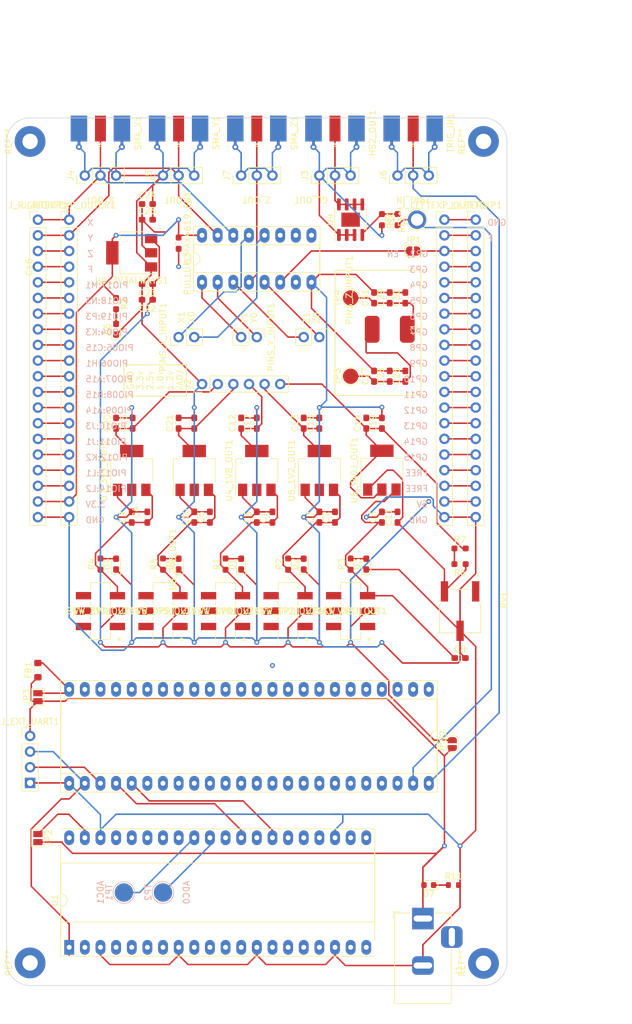
<source format=kicad_pcb>
(kicad_pcb (version 20211014) (generator pcbnew)
  (layers (0 "F.Cu" signal) (1 "In1.Cu" signal "gnd_1_2") (2 "In2.Cu" signal "In1.Cu") (3 "In3.Cu" signal "gnd_2_3") (4 "In4.Cu" signal "In2.Cu") (31 "B.Cu" signal) (34 "B.Paste" user) (35 "F.Paste" user) (36 "B.SilkS" user "B.Silkscreen") (37 "F.SilkS" user "F.Silkscreen") (38 "B.Mask" user) (39 "F.Mask" user) (44 "Edge.Cuts" user))
  (net 0 "")
  (net 1 "Net-(C1-Pad1)")
  (net 2 "GND")
  (net 3 "Net-(C2-Pad1)")
  (net 4 "Net-(C3-Pad1)")
  (net 5 "Net-(C4-Pad1)")
  (net 6 "Net-(C10-Pad1)")
  (net 7 "Net-(C11-Pad1)")
  (net 8 "VCC_1V8")
  (net 9 "VCC_1V2")
  (net 10 "VCC_VADJ")
  (net 11 "VCC_3V3")
  (net 12 "VCC_2V5")
  (net 13 "VCC")
  (net 14 "VCC_3V3_ALWAYS")
  (net 15 "Net-(D1-Pad2)")
  (net 16 "Net-(D2-Pad2)")
  (net 17 "Net-(D3-Pad2)")
  (net 18 "Net-(D4-Pad2)")
  (net 19 "Net-(D5-Pad2)")
  (net 20 "Net-(D6-Pad2)")
  (net 21 "HS2_OUT")
  (net 22 "X_OUT")
  (net 23 "Y_OUT")
  (net 24 "TRIG_IN")
  (net 25 "Z_OUT")
  (net 26 "Net-(PINS_X_INPUT1-Pad1)")
  (net 27 "Net-(PINS_X_INPUT1-Pad2)")
  (net 28 "Net-(PINS_Y_INPUT1-Pad1)")
  (net 29 "Net-(PINS_Y_INPUT1-Pad2)")
  (net 30 "Net-(PINS_Z_INPUT1-Pad1)")
  (net 31 "Net-(PINS_Z_INPUT1-Pad2)")
  (net 32 "MAX4619_EN")
  (net 33 "Net-(R6-Pad2)")
  (net 49 "FPGA_GPIO_16")
  (net 50 "FPGA_GPIO_17")
  (net 51 "FPGA_GPIO_18")
  (net 57 "Net-(JP2-Pad1)")
  (net 58 "FREE_LEFT2")
  (net 59 "Net-(FB1-Pad2)")
  (net 67 "FPGA_GPIO_12")
  (net 68 "FPGA_GPIO_11")
  (net 69 "FPGA_GPIO_10")
  (net 70 "FPGA_GPIO_9")
  (net 71 "FPGA_GPIO_8")
  (net 72 "FPGA_GPIO_7")
  (net 73 "FPGA_GPIO_6")
  (net 74 "FPGA_GPIO_5")
  (net 75 "FPGA_GPIO_4")
  (net 76 "FPGA_GPIO_3")
  (net 77 "FPGA_GPIO_2")
  (net 79 "MAX4619_C")
  (net 80 "MAX4619_B")
  (net 81 "MAX4619_A")
  (net 83 "RPI_GP0")
  (net 84 "RPI_GP1")
  (net 85 "RPI_GP2")
  (net 86 "RPI_GP3")
  (net 87 "RPI_GP4")
  (net 88 "RPI_GP5")
  (net 89 "RPI_GP6")
  (net 90 "RPI_GP7")
  (net 91 "RPI_GP8")
  (net 92 "RPI_GP9")
  (net 93 "RPI_GP10")
  (net 94 "RPI_GP11")
  (net 95 "RPI_GP12")
  (net 96 "RPI_GP13")
  (net 97 "RPI_GP14")
  (net 98 "RPI_GP15")
  (net 99 "RPI_GP16")
  (net 100 "RPI_GP17")
  (net 111 "FPGA_GPIO_1")
  (net 112 "FILT_IN")
  (net 113 "FILT_OUT")
  (net 114 "FREE_LEFT17")
  (net 115 "FREE_LEFT18")
  (net 116 "FREE_RIGHT4")
  (net 118 "GL_GATE")
  (net 119 "Net-(R10-Pad1)")
  (net 120 "VCC_SWITCHED")
  (net 121 "FPGA_4")
  (net 122 "FPGA_3")
  (net 123 "Net-(TP1-Pad1)")
  (net 124 "Net-(TP2-Pad1)")
  (net 125 "Net-(D7-Pad1)")
  (footprint "Package_TO_SOT_SMD:SOT-223-3_TabPin2" (layer "F.Cu") (at 167.64 91.521946 90)
    (fp_text reference "U6_VADJ_OUT1")
    (fp_text value "NCP1117-ADJ_SOT223")
  )
  (footprint "Connector_PinHeader_2.54mm:PinHeader_1x03_P2.54mm_Vertical" (layer "F.Cu") (at 119.38 43.716946 90)
    (fp_text reference "J4")
    (fp_text value "Conn_01x03")
  )
  (footprint "Connector_PinHeader_2.54mm:PinHeader_1x20_P2.54mm_Vertical" (layer "F.Cu") (at 116.84 50.881946)
    (fp_text reference "J_RIGHTEXP_OUTER1")
    (fp_text value "Conn_01x20")
  )
  (footprint "MountingHole:MountingHole_2.5mm_Pad" (layer "F.Cu") (at 184.15 38.181946 90)
    (fp_text reference "REF**")
    (fp_text value "MountingHole_2.5mm_Pad")
  )
  (footprint "Capacitor_SMD:C_0603_1608Metric_Pad1.08x0.95mm_HandSolder" (layer "F.Cu") (at 127 99.141946 90)
    (fp_text reference "C9")
    (fp_text value "C")
  )
  (footprint "Resistor_SMD:R_0603_1608Metric_Pad0.98x0.95mm_HandSolder" (layer "F.Cu") (at 152.4 106.761946 90)
    (fp_text reference "R2")
    (fp_text value "R")
  )
  (footprint "Capacitor_SMD:C_0603_1608Metric_Pad1.08x0.95mm_HandSolder" (layer "F.Cu") (at 144.78 83.901946 90)
    (fp_text reference "C12")
    (fp_text value "C")
  )
  (footprint "Capacitor_SMD:C_0603_1608Metric_Pad1.08x0.95mm_HandSolder" (layer "F.Cu") (at 157.48 83.901946 90)
    (fp_text reference "C18")
    (fp_text value "C")
  )
  (footprint "LED_SMD:LED_0603_1608Metric_Pad1.05x0.95mm_HandSolder" (layer "F.Cu") (at 124.46 106.761946 90)
    (fp_text reference "D4")
    (fp_text value "LED")
  )
  (footprint "Connector_PinHeader_2.54mm:PinHeader_1x20_P2.54mm_Vertical" (layer "F.Cu") (at 182.88 50.881946)
    (fp_text reference "J_LEFTEXP1")
    (fp_text value "Conn_01x20")
  )
  (footprint "all_lib:JS202011SCQN" (layer "F.Cu") (at 162.56 114.381946 180)
    (fp_text reference "SW3_VADJ_OUT1")
    (fp_text value "SW_DPDT_x2")
  )
  (footprint "Capacitor_SMD:C_0603_1608Metric_Pad1.08x0.95mm_HandSolder" (layer "F.Cu") (at 180.34 122.001946)
    (fp_text reference "C8")
    (fp_text value "C")
  )
  (footprint "Capacitor_SMD:C_0603_1608Metric_Pad1.08x0.95mm_HandSolder" (layer "F.Cu") (at 127.15 83.901946 90)
    (fp_text reference "C15")
    (fp_text value "C")
  )
  (footprint "Capacitor_SMD:C_0603_1608Metric_Pad1.08x0.95mm_HandSolder" (layer "F.Cu") (at 137.16 83.901946 90)
    (fp_text reference "C16")
    (fp_text value "C")
  )
  (footprint "Package_SO:SOIC-8-1EP_3.9x4.9mm_P1.27mm_EP2.29x3mm" (layer "F.Cu") (at 162.56 50.881946 90)
    (fp_text reference "U4")
    (fp_text value "irf7807z")
  )
  (footprint "all_lib:TRIM_3361P-1-501GLF" (layer "F.Cu") (at 180.34 114.381946 -90)
    (fp_text reference "RV1")
    (fp_text value "R_Potentiometer")
  )
  (footprint "Capacitor_SMD:C_0603_1608Metric_Pad1.08x0.95mm_HandSolder" (layer "F.Cu") (at 168.91 76.281946 90)
    (fp_text reference "C28")
    (fp_text value "C")
  )
  (footprint "Resistor_SMD:R_0603_1608Metric_Pad0.98x0.95mm_HandSolder" (layer "F.Cu") (at 180.34 104.221946)
    (fp_text reference "R7")
    (fp_text value "R")
  )
  (footprint "TestPoint:TestPoint_Pad_D2.5mm" (layer "F.Cu") (at 162.56 63.581946 90)
    (fp_text reference "TP4")
    (fp_text value "TestPoint")
  )
  (footprint "Connector_PinHeader_2.54mm:PinHeader_1x20_P2.54mm_Vertical" (layer "F.Cu") (at 177.8 50.881946)
    (fp_text reference "J_LEFTEXP_OUTER1")
    (fp_text value "Conn_01x20")
  )
  (footprint "Package_TO_SOT_SMD:SOT-223-3_TabPin2" (layer "F.Cu") (at 137.16 91.561946 90)
    (fp_text reference "U8_2V5_OUT1")
    (fp_text value "LD1117S25TR_SOT223")
  )
  (footprint "Resistor_SMD:R_0603_1608Metric_Pad0.98x0.95mm_HandSolder" (layer "F.Cu") (at 162.56 106.761946 90)
    (fp_text reference "R3")
    (fp_text value "R")
  )
  (footprint "Connector_Coaxial:SMA_Molex_73251-2120_EdgeMount_Horizontal" (layer "F.Cu") (at 160.02 36.096946 90)
    (fp_text reference "HS2_OUT1")
    (fp_text value "Conn_Coaxial")
  )
  (footprint "Resistor_SMD:R_0603_1608Metric_Pad0.98x0.95mm_HandSolder" (layer "F.Cu") (at 142.24 106.761946 90)
    (fp_text reference "R1")
    (fp_text value "R")
  )
  (footprint "Capacitor_SMD:C_0603_1608Metric_Pad1.08x0.95mm_HandSolder" (layer "F.Cu") (at 160.02 99.141946 90)
    (fp_text reference "C2")
    (fp_text value "C")
  )
  (footprint "Inductor_SMD:L_0805_2012Metric_Pad1.05x1.20mm_HandSolder" (layer "F.Cu") (at 111.76 123.95766 90)
    (fp_text reference "FB1")
    (fp_text value "FerriteBead")
  )
  (footprint "Connector_PinHeader_2.54mm:PinHeader_1x06_P2.54mm_Vertical" (layer "F.Cu") (at 138.43 77.551946 90)
    (fp_text reference "J2")
    (fp_text value "Conn_01x06")
  )
  (footprint "Capacitor_SMD:C_0603_1608Metric_Pad1.08x0.95mm_HandSolder" (layer "F.Cu") (at 134.62 83.901946 90)
    (fp_text reference "C21")
    (fp_text value "C")
  )
  (footprint "all_lib:JS202011SCQN" (layer "F.Cu") (at 142.24 114.381946 180)
    (fp_text reference "SW1_1V8_OUT1")
    (fp_text value "SW_DPDT_x2")
  )
  (footprint "Connector_Coaxial:SMA_Molex_73251-2120_EdgeMount_Horizontal" (layer "F.Cu") (at 134.62 36.096946 90)
    (fp_text reference "SMA_Y1")
    (fp_text value "Conn_Coaxial")
  )
  (footprint "Package_TO_SOT_SMD:SOT-223-3_TabPin2" (layer "F.Cu") (at 157.48 91.561946 90)
    (fp_text reference "U5_1V2_OUT1")
    (fp_text value "LD1117S12TR_SOT223")
  )
  (footprint "Resistor_SMD:R_0603_1608Metric_Pad0.98x0.95mm_HandSolder" (layer "F.Cu") (at 134.62 54.691946 -90)
    (fp_text reference "PULLUP_MAX4619_EN1")
    (fp_text value "R")
  )
  (footprint "all_lib:JS202011SCQN" (layer "F.Cu") (at 132.08 114.381946 180)
    (fp_text reference "SW5_2V5_OUT1")
    (fp_text value "SW_DPDT_x2")
  )
  (footprint "Connector_Coaxial:SMA_Molex_73251-2120_EdgeMount_Horizontal" (layer "F.Cu") (at 172.72 36.096946 90)
    (fp_text reference "TRIG_IN1")
    (fp_text value "Conn_Coaxial")
  )
  (footprint "Capacitor_SMD:C_0603_1608Metric_Pad1.08x0.95mm_HandSolder" (layer "F.Cu") (at 154.94 83.901946 90)
    (fp_text reference "C13")
    (fp_text value "C")
  )
  (footprint "Connector_PinHeader_2.54mm:PinHeader_1x03_P2.54mm_Vertical" (layer "F.Cu") (at 144.78 43.716946 90)
    (fp_text reference "J7")
    (fp_text value "Conn_01x03")
  )
  (footprint "Connector_PinHeader_2.54mm:PinHeader_1x04_P2.54mm_Vertical" (layer "F.Cu") (at 110.49 134.63766)
    (fp_text reference "J_EXT_UART1")
    (fp_text value "Conn_01x04")
  )
  (footprint "Connector_PinHeader_2.54mm:PinHeader_1x20_P2.54mm_Vertical" (layer "F.Cu") (at 111.76 50.881946)
    (fp_text reference "J_RIGHTEXP1")
    (fp_text value "Conn_01x20")
  )
  (footprint "Resistor_SMD:R_0603_1608Metric_Pad0.98x0.95mm_HandSolder" (layer "F.Cu") (at 167.64 50.881946 -90)
    (fp_text reference "R10")
    (fp_text value "10K R")
  )
  (footprint "MountingHole:MountingHole_2.5mm_Pad" (layer "F.Cu") (at 110.49 38.181946 90)
    (fp_text reference "REF**")
    (fp_text value "MountingHole_2.5mm_Pad")
  )
  (footprint "Capacitor_SMD:C_0603_1608Metric_Pad1.08x0.95mm_HandSolder" (layer "F.Cu") (at 129.54 50.881946)
    (fp_text reference "C25")
    (fp_text value "C")
  )
  (footprint "all_lib:inductor_2727_wurth" (layer "F.Cu") (at 165.26 68.661946 90)
    (fp_text reference "L1")
    (fp_text value "INDUCTOR")
  )
  (footprint "Resistor_SMD:R_0603_1608Metric" (layer "F.Cu") (at 179.270002 158.831946)
    (fp_text reference "R11")
    (fp_text value "R")
  )
  (footprint "Capacitor_SMD:C_0603_1608Metric_Pad1.08x0.95mm_HandSolder" (layer "F.Cu") (at 124.46 83.901946 90)
    (fp_text reference "C20")
    (fp_text value "C")
  )
  (footprint "Capacitor_SMD:C_0603_1608Metric_Pad1.08x0.95mm_HandSolder" (layer "F.Cu") (at 167.64 99.141946 90)
    (fp_text reference "C3")
    (fp_text value "C")
  )
  (footprint "Jumper:SolderJumper-2_P1.3mm_Open_Pad1.0x1.5mm" (layer "F.Cu") (at 111.76 151.211946 -90)
    (fp_text reference "JP2")
    (fp_text value "SolderJumper_2_Open")
  )
  (footprint "Jumper:SolderJumper-2_P1.3mm_Open_RoundedPad1.0x1.5mm" (layer "F.Cu") (at 172.72 55.961946)
    (fp_text reference "JP1")
    (fp_text value "SolderJumper_2_Open")
  )
  (footprint "Resistor_SMD:R_0603_1608Metric_Pad0.98x0.95mm_HandSolder" (layer "F.Cu") (at 132.08 106.761946 90)
    (fp_text reference "R5")
    (fp_text value "R")
  )
  (footprint "Resistor_SMD:R_0603_1608Metric_Pad0.98x0.95mm_HandSolder" (layer "F.Cu") (at 170.18 50.881946 90)
    (fp_text reference "R9")
    (fp_text value "1R")
  )
  (footprint "Capacitor_SMD:C_0603_1608Metric_Pad1.08x0.95mm_HandSolder" (layer "F.Cu") (at 171.45 76.281946 90)
    (fp_text reference "C26")
    (fp_text value "C")
  )
  (footprint "Capacitor_SMD:C_0603_1608Metric_Pad1.08x0.95mm_HandSolder" (layer "F.Cu") (at 165.1 83.901946 90)
    (fp_text reference "C14")
    (fp_text value "C")
  )
  (footprint "Connector_PinHeader_2.54mm:PinHeader_1x03_P2.54mm_Vertical" (layer "F.Cu") (at 132.08 43.716946 90)
    (fp_text reference "J5")
    (fp_text value "Conn_01x03")
  )
  (footprint "Connector_PinHeader_2.54mm:PinHeader_1x03_P2.54mm_Vertical" (layer "F.Cu") (at 170.18 43.716946 90)
    (fp_text reference "J6")
    (fp_text value "Conn_01x03")
  )
  (footprint "Capacitor_SMD:C_0603_1608Metric_Pad1.08x0.95mm_HandSolder" (layer "F.Cu") (at 166.37 63.556946 90)
    (fp_text reference "C31")
    (fp_text value "C")
  )
  (footprint "Capacitor_SMD:C_0603_1608Metric_Pad1.08x0.95mm_HandSolder" (layer "F.Cu") (at 170.18 99.141946 90)
    (fp_text reference "C11")
    (fp_text value "C")
  )
  (footprint "Jumper:SolderJumper-2_P1.3mm_Open_RoundedPad1.0x1.5mm" (layer "F.Cu") (at 179.07 135.971946 90)
    (fp_text reference "JP4")
    (fp_text value "SolderJumper_2_Open")
  )
  (footprint "Capacitor_SMD:C_0603_1608Metric_Pad1.08x0.95mm_HandSolder" (layer "F.Cu") (at 171.45 63.556946 90)
    (fp_text reference "C30")
    (fp_text value "C")
  )
  (footprint "Package_TO_SOT_SMD:SOT-223-3_TabPin2" (layer "F.Cu") (at 147.32 91.561946 90)
    (fp_text reference "U4_1V8_OUT1")
    (fp_text value "LD1117S18TR_SOT223")
  )
  (footprint "Capacitor_SMD:C_0603_1608Metric_Pad1.08x0.95mm_HandSolder" (layer "F.Cu") (at 129.54 99.141946 90)
    (fp_text reference "C4")
    (fp_text value "C")
  )
  (footprint "MountingHole:MountingHole_2.5mm_Pad" (layer "F.Cu") (at 110.49 171.46766 90)
    (fp_text reference "REF**")
    (fp_text value "MountingHole_2.5mm_Pad")
  )
  (footprint "TestPoint:TestPoint_Plated_Hole_D2.0mm" (layer "F.Cu") (at 173.355 50.881946 90)
    (fp_text reference "REF**")
    (fp_text value "TestPoint_Plated_Hole_D2.0mm")
  )
  (footprint "Capacitor_SMD:C_0603_1608Metric_Pad1.08x0.95mm_HandSolder" (layer "F.Cu") (at 167.64 83.901946 90)
    (fp_text reference "C19")
    (fp_text value "C")
  )
  (footprint "Connector_PinHeader_2.54mm:PinHeader_1x02_P2.54mm_Vertical" (layer "F.Cu") (at 157.48 69.931946 -90)
    (fp_text reference "PINS_Z_INPUT1")
    (fp_text value "Conn_01x02")
  )
  (footprint "Capacitor_SMD:C_0603_1608Metric_Pad1.08x0.95mm_HandSolder" (layer "F.Cu") (at 149.86 99.141946 90)
    (fp_text reference "C1")
    (fp_text value "C")
  )
  (footprint "LED_SMD:LED_0603_1608Metric_Pad1.05x0.95mm_HandSolder" (layer "F.Cu") (at 165.1 106.761946 90)
    (fp_text reference "D3")
    (fp_text value "LED")
  )
  (footprint "Capacitor_SMD:C_0603_1608Metric_Pad1.08x0.95mm_HandSolder" (layer "F.Cu") (at 147.32 99.141946 90)
    (fp_text reference "C6")
    (fp_text value "C")
  )
  (footprint "Capacitor_SMD:C_0603_1608Metric_Pad1.08x0.95mm_HandSolder" (layer "F.Cu") (at 129.54 48.341946)
    (fp_text reference "C24")
    (fp_text value "C")
  )
  (footprint "Package_DIP:DIP-48_W15.24mm_Socket_LongPads" (layer "F.Cu") (at 175.26 127.081946 -90)
    (fp_text reference "U2")
    (fp_text value "CMOD_A7")
  )
  (footprint "LED_SMD:LED_0603_1608Metric_Pad1.05x0.95mm_HandSolder" (layer "F.Cu") (at 154.94 106.761946 90)
    (fp_text reference "D2")
    (fp_text value "LED")
  )
  (footprint "LED_SMD:LED_0603_1608Metric_Pad1.05x0.95mm_HandSolder" (layer "F.Cu") (at 144.78 106.761946 90)
    (fp_text reference "D1")
    (fp_text value "LED")
  )
  (footprint "Capacitor_SMD:C_0603_1608Metric_Pad1.08x0.95mm_HandSolder" (layer "F.Cu") (at 157.48 99.141946 90)
    (fp_text reference "C7")
    (fp_text value "C")
  )
  (footprint "Package_DIP:DIP-16_W7.62mm_Socket_LongPads" (layer "F.Cu") (at 138.42 61.031946 90)
    (fp_text reference "U3")
    (fp_text value "max4619cpe+")
  )
  (footprint "all_lib:rpi_socket_fixed" (layer "F.Cu") (at 116.845 168.93266 90)
    (fp_text reference "U1")
    (fp_text value "SC0915")
  )
  (footprint "Capacitor_SMD:C_0603_1608Metric_Pad1.08x0.95mm_HandSolder" (layer "F.Cu") (at 139.7 99.141946 90)
    (fp_text reference "C5")
    (fp_text value "C")
  )
  (footprint "Connector_BarrelJack:BarrelJack_Horizontal" (layer "F.Cu") (at 174.302496 164.261934 90)
    (fp_text reference "J1")
    (fp_text value "Barrel_Jack")
  )
  (footprint "Resistor_SMD:R_0603_1608Metric_Pad0.98x0.95mm_HandSolder" (layer "F.Cu") (at 124.46 64.494446 -90)
    (fp_text reference "R8")
    (fp_text value "R")
  )
  (footprint "TestPoint:TestPoint_Pad_D2.5mm" (layer "F.Cu") (at 162.56 76.281946 90)
    (fp_text reference "TP3")
    (fp_text value "TestPoint")
  )
  (footprint "Resistor_SMD:R_0603_1608Metric_Pad0.98x0.95mm_HandSolder" (layer "F.Cu") (at 180.34 106.761946 180)
    (fp_text reference "R6")
    (fp_text value "R")
  )
  (footprint "Capacitor_SMD:C_0603_1608Metric_Pad1.08x0.95mm_HandSolder" (layer "F.Cu") (at 129.54 63.871946 180)
    (fp_text reference "C22")
    (fp_text value "C")
  )
  (footprint "Package_TO_SOT_SMD:SOT-223-3_TabPin2" (layer "F.Cu") (at 127 56.251946 180)
    (fp_text reference "U9_3V3ALWAYS1")
    (fp_text value "LD1117S33TR_SOT223")
  )
  (footprint "Package_TO_SOT_SMD:SOT-223-3_TabPin2" (layer "F.Cu") (at 127 91.561946 90)
    (fp_text reference "U7_3V3_OUT1")
    (fp_text value "LD1117S33TR_SOT223")
  )
  (footprint "Capacitor_SMD:C_0603_1608Metric_Pad1.08x0.95mm_HandSolder" (layer "F.Cu") (at 168.91 63.556946 90)
    (fp_text reference "C29")
    (fp_text value "C")
  )
  (footprint "Capacitor_SMD:C_0603_1608Metric_Pad1.08x0.95mm_HandSolder" (layer "F.Cu") (at 137.16 99.141946 90)
    (fp_text reference "C10")
    (fp_text value "C")
  )
  (footprint "MountingHole:MountingHole_2.5mm_Pad" (layer "F.Cu") (at 184.15 171.531947 90)
    (fp_text reference "REF**")
    (fp_text value "MountingHole_2.5mm_Pad")
  )
  (footprint "Connector_PinHeader_2.54mm:PinHeader_1x03_P2.54mm_Vertical" (layer "F.Cu") (at 157.48 43.716946 90)
    (fp_text reference "J3")
    (fp_text value "Conn_01x03")
  )
  (footprint "all_lib:JS202011SCQN" (layer "F.Cu") (at 121.92 114.381946 180)
    (fp_text reference "SW4_3V3_OUT1")
    (fp_text value "SW_DPDT_x2")
  )
  (footprint "Connector_PinHeader_2.54mm:PinHeader_1x02_P2.54mm_Vertical" (layer "F.Cu") (at 147.32 69.931946 -90)
    (fp_text reference "PINS_Y_INPUT1")
    (fp_text value "Conn_01x02")
  )
  (footprint "Connector_Coaxial:SMA_Molex_73251-2120_EdgeMount_Horizontal" (layer "F.Cu") (at 147.32 36.096946 90)
    (fp_text reference "SMA_Z1")
    (fp_text value "Conn_Coaxial")
  )
  (footprint "LED_SMD:LED_0603_1608Metric" (layer "F.Cu") (at 175.260002 158.831946 180)
    (fp_text reference "D7")
    (fp_text value "LED")
  )
  (footprint "Capacitor_SMD:C_0603_1608Metric_Pad1.08x0.95mm_HandSolder" (layer "F.Cu") (at 147.32 83.901946 90)
    (fp_text reference "C17")
    (fp_text value "C")
  )
  (footprint "LED_SMD:LED_0603_1608Metric_Pad1.05x0.95mm_HandSolder" (layer "F.Cu") (at 134.62 106.761946 90)
    (fp_text reference "D5")
    (fp_text value "LED")
  )
  (footprint "Connector_Coaxial:SMA_Molex_73251-2120_EdgeMount_Horizontal" (layer "F.Cu") (at 121.92 36.096946 90)
    (fp_text reference "SMA_X1")
    (fp_text value "Conn_Coaxial")
  )
  (footprint "LED_SMD:LED_0603_1608Metric_Pad1.05x0.95mm_HandSolder" (layer "F.Cu") (at 124.46 68.661946 90)
    (fp_text reference "D6")
    (fp_text value "LED")
  )
  (footprint "all_lib:JS202011SCQN" (layer "F.Cu") (at 152.4 114.381946 180)
    (fp_text reference "SW2_1V2_OUT1")
    (fp_text value "SW_DPDT_x2")
  )
  (footprint "Capacitor_SMD:C_0603_1608Metric_Pad1.08x0.95mm_HandSolder" (layer "F.Cu") (at 129.54 61.331946 180)
    (fp_text reference "C23")
    (fp_text value "C")
  )
  (footprint "Jumper:SolderJumper-2_P1.3mm_Open_Pad1.0x1.5mm" (layer "F.Cu") (at 111.76 128.351946 90)
    (fp_text reference "JP3")
    (fp_text value "SolderJumper_2_Open")
  )
  (footprint "Resistor_SMD:R_0603_1608Metric_Pad0.98x0.95mm_HandSolder" (layer "F.Cu") (at 121.92 106.761946 90)
    (fp_text reference "R4")
    (fp_text value "R")
  )
  (footprint "Capacitor_SMD:C_0603_1608Metric_Pad1.08x0.95mm_HandSolder" (layer "F.Cu") (at 166.37 76.281946 90)
    (fp_text reference "C27")
    (fp_text value "C")
  )
  (footprint "Connector_PinHeader_2.54mm:PinHeader_1x02_P2.54mm_Vertical" (layer "F.Cu") (at 134.62 69.931946 90)
    (fp_text reference "PINS_X_INPUT1")
    (fp_text value "Conn_01x02")
  )
  (footprint "TestPoint:TestPoint_Pad_D3.0mm" (layer "B.Cu") (at 132.08 160.03766 -90)
    (fp_text reference "TP2")
    (fp_text value "TestPoint")
  )
  (footprint "TestPoint:TestPoint_Pad_D3.0mm" (layer "B.Cu") (at 125.73 160.03766 -90)
    (fp_text reference "TP1")
    (fp_text value "TestPoint")
  )
  (gr_rect (start 160.02 79.406232) (end 173.99 59.086232) (layer "F.SilkS") (width 0.15) (fill none))
  (gr_rect (start 125.73 79.50766) (end 135.89 74.42766) (layer "F.SilkS") (width 0.15) (fill none))
  (gr_line (start 110.49 175.123584) (end 184.15 175.123584) (layer "Edge.Cuts") (width 0.1))
  (gr_arc (start 184.15 34.371946) (mid 186.844078 35.487868) (end 187.96 38.181946) (layer "Edge.Cuts") (width 0.1))
  (gr_line (start 184.15 34.371946) (end 110.49 34.371946) (layer "Edge.Cuts") (width 0.1))
  (gr_arc (start 187.96 171.313584) (mid 186.844093 174.007665) (end 184.15 175.123584) (layer "Edge.Cuts") (width 0.1))
  (gr_line (start 106.68 38.181946) (end 106.68 171.313584) (layer "Edge.Cuts") (width 0.1))
  (gr_arc (start 106.68 38.181946) (mid 107.795923 35.487868) (end 110.49 34.371946) (layer "Edge.Cuts") (width 0.1))
  (gr_arc (start 110.49 175.123584) (mid 107.795917 174.007686) (end 106.68 171.313584) (layer "Edge.Cuts") (width 0.1))
  (gr_line (start 187.96 171.313584) (end 187.96 38.181946) (layer "Edge.Cuts") (width 0.1))
  (gr_text "GP7" (at 173.621428 69.131946) (layer "B.SilkS") (effects (font (size 1 1)) (justify mirror)))
  (gr_text "GP15" (at 173.145237 89.451946) (layer "B.SilkS") (effects (font (size 1 1)) (justify mirror)))
  (gr_text "PIO08:B15" (at 123.416666 79.291946) (layer "B.SilkS") (effects (font (size 1 1)) (justify mirror)))
  (gr_text "ADC1" (at 121.92 160.03766 90) (layer "B.SilkS") (effects (font (size 1 1)) (justify mirror)))
  (gr_text "F" (at 120.281428 58.971946) (layer "B.SilkS") (effects (font (size 1 1)) (justify mirror)))
  (gr_text "PIO06:H1" (at 122.964285 74.211946) (layer "B.SilkS") (effects (font (size 1 1)) (justify mirror)))
  (gr_text "PIO14:L2" (at 122.845238 94.531946) (layer "B.SilkS") (effects (font (size 1 1)) (justify mirror)))
  (gr_text "GP2/ EN" (at 175.26 56.431939) (layer "B.SilkS") (effects (font (size 1 1)) (justify left mirror)))
  (gr_text "GP5" (at 173.621428 64.051946) (layer "B.SilkS") (effects (font (size 1 1)) (justify mirror)))
  (gr_text "GP8" (at 173.621428 71.671946) (layer "B.SilkS") (effects (font (size 1 1)) (justify mirror)))
  (gr_text "PIO09:A14" (at 123.345238 81.831946) (layer "B.SilkS") (effects (font (size 1 1)) (justify mirror)))
  (gr_text "FREE" (at 173.264285 94.531946) (layer "B.SilkS") (effects (font (size 1 1)) (justify mirror)))
  (gr_text "PIO18:N3" (at 122.940469 64.051948) (layer "B.SilkS") (effects (font (size 1 1)) (justify mirror)))
  (gr_text "5V" (at 174.192856 97.071946) (layer "B.SilkS") (effects (font (size 1 1)) (justify mirror)))
  (gr_text "PIO05:C15" (at 123.416666 71.671946) (layer "B.SilkS") (effects (font (size 1 1)) (justify mirror)))
  (gr_text "X" (at 120.281428 51.351946) (layer "B.SilkS") (effects (font (size 1 1)) (justify mirror)))
  (gr_text "GP6" (at 173.621428 66.591946) (layer "B.SilkS") (effects (font (size 1 1)) (justify mirror)))
  (gr_text "PIO04:K3" (at 122.940469 69.131948) (layer "B.SilkS") (effects (font (size 1 1)) (justify mirror)))
  (gr_text "Z" (at 120.281428 56.431946) (layer "B.SilkS") (effects (font (size 1 1)) (justify mirror)))
  (gr_text "GP10" (at 173.145237 76.751946) (layer "B.SilkS") (effects (font (size 1 1)) (justify mirror)))
  (gr_text "GP14" (at 173.145237 86.911946) (layer "B.SilkS") (effects (font (size 1 1)) (justify mirror)))
  (gr_text "FREE" (at 173.264285 91.991946) (layer "B.SilkS") (effects (font (size 1 1)) (justify mirror)))
  (gr_text "GND" (at 173.573809 99.611946) (layer "B.SilkS") (effects (font (size 1 1)) (justify mirror)))
  (gr_text "F" (at 185.22619 53.891946) (layer "B.SilkS") (effects (font (size 1 1)) (justify mirror)))
  (gr_text "GP12" (at 173.145237 81.831946) (layer "B.SilkS") (effects (font (size 1 1)) (justify mirror)))
  (gr_text "GP13" (at 173.145237 84.371946) (layer "B.SilkS") (effects (font (size 1 1)) (justify mirror)))
  (gr_text "GP3" (at 173.621428 58.971946) (layer "B.SilkS") (effects (font (size 1 1)) (justify mirror)))
  (gr_text "PIO11:J1" (at 122.821428 86.911946) (layer "B.SilkS") (effects (font (size 1 1)) (justify mirror)))
  (gr_text "GP11" (at 173.145237 79.291946) (layer "B.SilkS") (effects (font (size 1 1)) (justify mirror)))
  (gr_text "Y" (at 120.281428 53.891946) (layer "B.SilkS") (effects (font (size 1 1)) (justify mirror)))
  (gr_text "GND" (at 121.035714 99.611946) (layer "B.SilkS") (effects (font (size 1 1)) (justify mirror)))
  (gr_text "GP4" (at 173.621428 61.511946) (layer "B.SilkS") (effects (font (size 1 1)) (justify mirror)))
  (gr_text "PIO17:M1" (at 122.940469 61.511948) (layer "B.SilkS") (effects (font (size 1 1)) (justify mirror)))
  (gr_text "PIO13:L1" (at 122.845238 91.991946) (layer "B.SilkS") (effects (font (size 1 1)) (justify mirror)))
  (gr_text "GND" (at 186.321428 51.351946) (layer "B.SilkS") (effects (font (size 1 1)) (justify mirror)))
  (gr_text "GP9" (at 173.621428 74.211946) (layer "B.SilkS") (effects (font (size 1 1)) (justify mirror)))
  (gr_text "ADC0" (at 135.89 160.03766 90) (layer "B.SilkS") (effects (font (size 1 1)) (justify mirror)))
  (gr_text "PIO07:A15" (at 123.345238 76.751946) (layer "B.SilkS") (effects (font (size 1 1)) (justify mirror)))
  (gr_text "PIO10:J3" (at 122.821428 84.371946) (layer "B.SilkS") (effects (font (size 1 1)) (justify mirror)))
  (gr_text "PIO12:K2" (at 122.940476 89.451946) (layer "B.SilkS") (effects (font (size 1 1)) (justify mirror)))
  (gr_text "3.3V" (at 121.130952 97.071946) (layer "B.SilkS") (effects (font (size 1 1)) (justify mirror)))
  (gr_text "PIO19:P3" (at 122.940469 66.591948) (layer "B.SilkS") (effects (font (size 1 1)) (justify mirror)))
  (gr_text "GND\n3.3v\n2.5v\n1.8v\n1.2v\nVADJ" (at 130.81 76.96766 90) (layer "F.SilkS") (effects (font (size 1 1))))
  (gr_text "X1\nX0" (at 135.89 66.706232 90) (layer "F.SilkS") (effects (font (size 1 1))))
  (gr_text "Z_OUT" (at 147.32 47.656232 180) (layer "F.SilkS") (effects (font (size 1 1))))
  (gr_text "TRIG_IN" (at 172.720002 47.656222 180) (layer "F.SilkS") (effects (font (size 1 1))))
  (gr_text "Y OUT" (at 134.62 47.656232 180) (layer "F.SilkS") (effects (font (size 1 1))))
  (gr_text "Y1\nY0" (at 146.05 66.80766 90) (layer "F.SilkS") (effects (font (size 1 1))))
  (gr_text "X OUT" (at 121.92 47.656232 180) (layer "F.SilkS") (effects (font (size 1 1))))
  (gr_text "GL_OUT" (at 156.21 47.656232 180) (layer "F.SilkS") (effects (font (size 1 1))))
  (gr_text "Z1\nZ0" (at 156.21 66.80766 90) (layer "F.SilkS") (effects (font (size 1 1))))
  (segment (start 150.65952 95.751466) (end 149.62 94.711946) (width 0.25) (layer "F.Cu") (net 1))
  (segment (start 141.44048 105.021466) (end 146.4575 100.004446) (width 0.25) (layer "F.Cu") (net 1))
  (segment (start 144.9959 110.430346) (end 142.24 107.674446) (width 0.25) (layer "F.Cu") (net 1))
  (segment (start 150.65952 99.204926) (end 150.65952 95.751466) (width 0.25) (layer "F.Cu") (net 1))
  (segment (start 144.9959 111.881946) (end 144.9959 110.430346) (width 0.25) (layer "F.Cu") (net 1))
  (segment (start 146.4575 100.004446) (end 147.32 100.004446) (width 0.25) (layer "F.Cu") (net 1))
  (segment (start 149.86 100.004446) (end 150.65952 99.204926) (width 0.25) (layer "F.Cu") (net 1))
  (segment (start 147.32 100.004446) (end 149.86 100.004446) (width 0.25) (layer "F.Cu") (net 1))
  (segment (start 142.24 107.674446) (end 141.44048 106.874926) (width 0.25) (layer "F.Cu") (net 1))
  (segment (start 141.44048 106.874926) (end 141.44048 105.021466) (width 0.25) (layer "F.Cu") (net 1))
  (segment (start 124.46001 43.716956) (end 124.46 43.716946) (width 0.25) (layer "F.Cu") (net 2))
  (segment (start 157.48 81.361946) (end 157.48 83.039446) (width 0.25) (layer "F.Cu") (net 2))
  (segment (start 133.09548 171.72218) (end 123.44452 171.72218) (width 0.25) (layer "F.Cu") (net 2))
  (segment (start 171.45 75.419446) (end 166.37 75.419446) (width 0.25) (layer "F.Cu") (net 2))
  (segment (start 147.32 110.176946) (end 144.78 107.636946) (width 0.25) (layer "F.Cu") (net 2))
  (segment (start 136.2975 99.141946) (end 134.62 99.141946) (width 0.25) (layer "F.Cu") (net 2))
  (segment (start 156.2 65.249446) (end 166.37 75.419446) (width 0.25) (layer "F.Cu") (net 2))
  (segment (start 147.32 119.461946) (end 147.32 110.176946) (width 0.25) (layer "F.Cu") (net 2))
  (segment (start 147.32 98.279446) (end 145.02 95.979446) (width 0.25) (layer "F.Cu") (net 2))
  (segment (start 174.302492 171.881936) (end 174.302492 168.515561) (width 0.25) (layer "F.Cu") (net 2))
  (segment (start 163.4375 59.761946) (end 157.47 59.761946) (width 0.25) (layer "F.Cu") (net 2))
  (segment (start 165.1 83.039446) (end 167.64 83.039446) (width 0.25) (layer "F.Cu") (net 2))
  (segment (start 155.18 95.979446) (end 155.18 94.711946) (width 0.25) (layer "F.Cu") (net 2))
  (segment (start 128.6775 65.319446) (end 128.6775 63.871946) (width 0.25) (layer "F.Cu") (net 2))
  (segment (start 148.84452 171.72218) (end 147.32 170.19766) (width 0.25) (layer "F.Cu") (net 2))
  (segment (start 157.48 98.279446) (end 160.02 98.279446) (width 0.25) (layer "F.Cu") (net 2))
  (segment (start 157.48 98.279446) (end 156.6175 99.141946) (width 0.25) (layer "F.Cu") (net 2))
  (segment (start 147.32 170.19766) (end 145.79548 171.72218) (width 0.25) (layer "F.Cu") (net 2))
  (segment (start 126.1375 99.141946) (end 124.46 99.141946) (width 0.25) (layer "F.Cu") (net 2))
  (segment (start 180.010296 122.801466) (end 170.97952 122.801466) (width 0.25) (layer "F.Cu") (net 2))
  (segment (start 181.2025 122.001946) (end 180.34 121.139446) (width 0.25) (layer "F.Cu") (net 2))
  (segment (start 157.48 110.176946) (end 154.94 107.636946) (width 0.25) (layer "F.Cu") (net 2))
  (segment (start 147.32 98.279446) (end 149.86 98.279446) (width 0.25) (layer "F.Cu") (net 2))
  (segment (start 167.64 98.279446) (end 166.7775 99.141946) (width 0.25) (layer "F.Cu") (net 2))
  (segment (start 127.81548 47.87165) (end 131.970174 43.716956) (width 0.25) (layer "F.Cu") (net 2))
  (segment (start 182.88 149.941946) (end 182.88 120.121946) (width 0.25) (layer "F.Cu") (net 2))
  (segment (start 116.84 99.141946) (end 111.76 99.141946) (width 0.25) (layer "F.Cu") (net 2))
  (segment (start 180.34 152.481946) (end 182.88 149.941946) (width 0.25) (layer "F.Cu") (net 2))
  (segment (start 158.49548 171.72218) (end 148.84452 171.72218) (width 0.25) (layer "F.Cu") (net 2))
  (segment (start 167.64 83.039446) (end 167.64 81.29766) (width 0.25) (layer "F.Cu") (net 2))
  (segment (start 180.34 162.478053) (end 180.34 152.481946) (width 0.25) (layer "F.Cu") (net 2))
  (segment (start 167.64 98.279446) (end 170.18 98.279446) (width 0.25) (layer "F.Cu") (net 2))
  (segment (start 157.48 98.279446) (end 155.18 95.979446) (width 0.25) (layer "F.Cu") (net 2))
  (segment (start 130.15 58.551946) (end 130.15 59.859446) (width 0.25) (layer "F.Cu") (net 2))
  (segment (start 127.81548 56.217426) (end 127.81548 47.87165) (width 0.25) (layer "F.Cu") (net 2))
  (segment (start 180.34 117.581946) (end 170.395 107.636946) (width 0.25) (layer "F.Cu") (net 2))
  (segment (start 134.62 83.039446) (end 137.16 83.039446) (width 0.25) (layer "F.Cu") (net 2))
  (segment (start 157.48 119.461946) (end 157.48 110.176946) (width 0.25) (layer "F.Cu") (net 2))
  (segment (start 131.970174 43.716956) (end 132.08 43.716956) (width 0.25) (layer "F.Cu") (net 2))
  (segment (start 137.16 98.279446) (end 134.86 95.979446) (width 0.25) (layer "F.Cu") (net 2))
  (segment (start 132.08 43.716956) (end 124.46001 43.716956) (width 0.25) (layer "F.Cu") (net 2))
  (segment (start 134.86 95.979446) (end 134.86 94.711946) (width 0.25) (layer "F.Cu") (net 2))
  (segment (start 127 82.889446) (end 127.15 83.039446) (width 0.25) (layer "F.Cu") (net 2))
  (segment (start 144.78 83.039446) (end 147.32 83.039446) (width 0.25) (layer "F.Cu") (net 2))
  (segment (start 136.14452 171.72218) (end 134.62 170.19766) (width 0.25) (layer "F.Cu") (net 2))
  (segment (start 180.34 122.471762) (end 180.010296 122.801466) (width 0.25) (layer "F.Cu") (net 2))
  (segment (start 127 81.361946) (end 127 82.889446) (width 0.25) (layer "F.Cu") (net 2))
  (segment (start 124.46 69.536946) (end 128.6775 65.319446) (width 0.25) (layer "F.Cu") (net 2))
  (segment (start 160.655 53.356946) (end 157.48 50.181946) (width 0.25) (layer "F.Cu") (net 2))
  (segment (start 180.34 121.139446) (end 180.34 117.581946) (width 0.25) (layer "F.Cu") (net 2))
  (segment (start 182.88 99.141946) (end 182.88 108.287924) (width 0.25) (layer "F.Cu") (net 2))
  (segment (start 127 119.461946) (end 127 110.176946) (width 0.25) (layer "F.Cu") (net 2))
  (segment (start 127 98.279446) (end 126.1375 99.141946) (width 0.25) (layer "F.Cu") (net 2))
  (segment (start 163.195 53.356946) (end 160.655 53.356946) (width 0.25) (layer "F.Cu") (net 2))
  (segment (start 130.15 59.859446) (end 128.6775 61.331946) (width 0.25) (layer "F.Cu") (net 2))
  (segment (start 137.16 81.361946) (end 137.16 83.039446) (width 0.25) (layer "F.Cu") (net 2))
  (segment (start 145.02 95.979446) (end 145.02 94.711946) (width 0.25) (layer "F.Cu") (net 2))
  (segment (start 130.4025 50.881946) (end 130.4025 48.341946) (width 0.25) (layer "F.Cu") (net 2))
  (segment (start 177.799992 99.141944) (end 182.879992 99.141944) (width 0.25) (layer "F.Cu") (net 2))
  (segment (start 171.45 62.694446) (end 166.37 62.694446) (width 0.25) (layer "F.Cu") (net 2))
  (segment (start 170.97952 122.801466) (end 167.64 119.461946) (width 0.25) (layer "F.Cu") (net 2))
  (segment (start 160.02 170.19766) (end 158.49548 171.72218) (width 0.25) (layer "F.Cu") (net 2))
  (segment (start 182.88 108.287924) (end 180.34 110.827924) (width 0.25) (layer "F.Cu") (net 2))
  (segment (start 127 98.279446) (end 129.54 98.279446) (width 0.25) (layer "F.Cu") (net 2))
  (segment (start 177.8 50.881946) (end 182.88 50.881946) (width 0.25) (layer "F.Cu") (net 2))
  (segment (start 180.34 117.581946) (end 180.34 122.471762) (width 0.25) (layer "F.Cu") (net 2))
  (segment (start 170.395 107.636946) (end 165.1 107.636946) (width 0.25) (layer "F.Cu") (net 2))
  (segment (start 156.2 61.031946) (end 157.47 59.761946) (width 0.25) (layer "F.Cu") (net 2))
  (segment (start 145.79548 171.72218) (end 136.14452 171.72218) (width 0.25) (layer "F.Cu") (net 2))
  (segment (start 132.08 43.716956) (end 130.4025 45.394456) (width 0.25) (layer "F.Cu") (net 2))
  (segment (start 137.16 98.279446) (end 139.7 98.279446) (width 0.25) (layer "F.Cu") (net 2))
  (segment (start 130.15 58.551946) (end 127.81548 56.217426) (width 0.25) (layer "F.Cu") (net 2))
  (segment (start 154.94 83.039446) (end 157.48 83.039446) (width 0.25) (layer "F.Cu") (net 2))
  (segment (start 128.6775 63.871946) (end 128.6775 61.331946) (width 0.25) (layer "F.Cu") (net 2))
  (segment (start 182.88 120.121946) (end 180.34 117.581946) (width 0.25) (layer "F.Cu") (net 2))
  (segment (start 128.6775 67.799446) (end 128.6775 63.871946) (width 0.25) (layer "F.Cu") (net 2))
  (segment (start 124.46 83.039446) (end 127.15 83.039446) (width 0.25) (layer "F.Cu") (net 2))
  (segment (start 180.34 110.827924) (end 180.34 117.581946) (width 0.25) (layer "F.Cu") (net 2))
  (segment (start 147.32 81.361946) (end 147.32 83.039446) (width 0.25) (layer "F.Cu") (net 2))
  (segment (start 137.16 110.176946) (end 134.62 107.636946) (width 0.25) (layer "F.Cu") (net 2))
  (segment (start 166.7775 99.141946) (end 165.1 99.141946) (width 0.25) (layer "F.Cu") (net 2))
  (segment (start 123.44452 171.72218) (end 121.92 170.19766) (width 0.25) (layer "F.Cu") (net 2))
  (segment (start 137.16 98.279446) (end 136.2975 99.141946) (width 0.25) (layer "F.Cu") (net 2))
  (segment (start 116.775714 142.25766) (end 116.84 142.321946) (width 0.25) (layer "F.Cu") (net 2))
  (segment (start 138.43 77.551946) (end 128.6775 67.799446) (width 0.25) (layer "F.Cu") (net 2))
  (segment (start 134.62 170.19766) (end 133.09548 171.72218) (width 0.25) (layer "F.Cu") (net 2))
  (segment (start 146.4575 99.141946) (end 144.78 99.141946) (width 0.25) (layer "F.Cu") (net 2))
  (segment (start 156.6175 99.141946) (end 154.94 99.141946) (width 0.25) (layer "F.Cu") (net 2))
  (segment (start 156.2 61.031946) (end 156.2 65.249446) (width 0.25) (layer "F.Cu") (net 2))
  (segment (start 166.37 62.694446) (end 163.4375 59.761946) (width 0.25) (layer "F.Cu") (net 2))
  (segment (start 110.49 142.25766) (end 116.775714 142.25766) (width 0.25) (layer "F.Cu") (net 2))
  (segment (start 147.32 98.279446) (end 146.4575 99.141946) (width 0.25) (layer "F.Cu") (net 2))
  (segment (start 157.48 50.181946) (end 157.48 43.716956) (width 0.25) (layer "F.Cu") (net 2))
  (segment (start 124.7 95.979446) (end 124.7 94.711946) (width 0.25) (layer "F.Cu") (net 2))
  (segment (start 161.704276 171.881936) (end 160.02 170.19766) (width 0.25) (layer "F.Cu") (net 2))
  (segment (start 174.302492 168.515561) (end 180.34 162.478053) (width 0.25) (layer "F.Cu") (net 2))
  (segment (start 167.64 51.794446) (end 167.64 53.421946) (width 0.25) (layer "F.Cu") (net 2))
  (segment (start 127 110.176946) (end 124.46 107.636946) (width 0.25) (layer "F.Cu") (net 2))
  (segment (start 127 98.279446) (end 124.7 95.979446) (width 0.25) (layer "F.Cu") (net 2))
  (segment (start 137.16 119.461946) (end 137.16 110.176946) (width 0.25) (layer "F.Cu") (net 2))
  (segment (start 130.4025 45.394456) (end 130.4025 48.341946) (width 0.25) (layer "F.Cu") (net 2))
  (segment (start 174.302492 171.881936) (end 161.704276 171.881936) (width 0.25) (layer "F.Cu") (net 2))
  (via (at 144.78 99.141946) (size 0.8) (drill 0.4) (layers "F.Cu" "B.Cu") (net 2))
  (via (at 137.16 119.461946) (size 0.8) (drill 0.4) (layers "F.Cu" "B.Cu") (net 2))
  (via (at 157.48 81.361946) (size 0.8) (drill 0.4) (layers "F.Cu" "B.Cu") (net 2))
  (via (at 167.64 81.29766) (size 0.8) (drill 0.4) (layers "F.Cu" "B.Cu") (net 2))
  (via (at 147.32 81.361946) (size 0.8) (drill 0.4) (layers "F.Cu" "B.Cu") (net 2))
  (via (at 165.1 99.141946) (size 0.8) (drill 0.4) (layers "F.Cu" "B.Cu") (net 2))
  (via (at 137.16 81.361946) (size 0.8) (drill 0.4) (layers "F.Cu" "B.Cu") (net 2))
  (via (at 147.32 119.461946) (size 0.8) (drill 0.4) (layers "F.Cu" "B.Cu") (net 2))
  (via (at 127 81.361946) (size 0.8) (drill 0.4) (layers "F.Cu" "B.Cu") (net 2))
  (via (at 167.64 53.421946) (size 0.8) (drill 0.4) (layers "F.Cu" "B.Cu") (net 2))
  (via (at 157.48 119.461946) (size 0.8) (drill 0.4) (layers "F.Cu" "B.Cu") (net 2))
  (via (at 167.64 119.461946) (size 0.8) (drill 0.4) (layers "F.Cu" "B.Cu") (net 2))
  (via (at 180.34 152.481946) (size 0.8) (drill 0.4) (layers "F.Cu" "B.Cu") (net 2))
  (via (at 124.46 99.141946) (size 0.8) (drill 0.4) (layers "F.Cu" "B.Cu") (net 2))
  (via (at 127 119.461946) (size 0.8) (drill 0.4) (layers "F.Cu" "B.Cu") (net 2))
  (via (at 134.62 99.141946) (size 0.8) (drill 0.4) (layers "F.Cu" "B.Cu") (net 2))
  (via (at 154.94 99.141946) (size 0.8) (drill 0.4) (layers "F.Cu" "B.Cu") (net 2))
  (segment (start 161.29 148.60766) (end 161.29 147.33766) (width 0.25) (layer "B.Cu") (net 2))
  (segment (start 162.56 40.034446) (end 163.5125 39.081946) (width 0.25) (layer "B.Cu") (net 2))
  (segment (start 144.78 99.141946) (end 147.32 96.601946) (width 0.25) (layer "B.Cu") (net 2))
  (segment (start 147.32 101.681946) (end 147.32 119.461946) (width 0.25) (layer "B.Cu") (net 2))
  (segment (start 157.48 43.716956) (end 158.654521 42.542435) (width 0.25) (layer "B.Cu") (net 2))
  (segment (start 175.984511 97.326457) (end 177.8 99.141946) (width 0.25) (layer "B.Cu") (net 2))
  (segment (start 134.62 99.141946) (end 137.16 101.681946) (width 0.25) (layer "B.Cu") (net 2))
  (segment (start 137.16 96.601946) (end 137.16 81.361946) (width 0.25) (layer "B.Cu") (net 2))
  (segment (start 137.884511 118.737435) (end 137.16 119.461946) (width 0.25) (layer "B.Cu") (net 2))
  (segment (start 119.38 43.716956) (end 120.554521 42.542435) (width 0.25) (layer "B.Cu") (net 2))
  (segment (start 133.254521 42.542435) (end 135.985489 42.542435) (width 0.25) (layer "B.Cu") (net 2))
  (segment (start 121.92 149.87766) (end 121.92 147.401946) (width 0.25) (layer "B.Cu") (net 2))
  (segment (start 149.86 43.716946) (end 149.86 40.034446) (width 0.25) (layer "B.Cu") (net 2))
  (segment (start 175.195714 147.33766) (end 161.29 147.33766) (width 0.25) (layer "B.Cu") (net 2))
  (segment (start 137.16 78.821946) (end 138.43 77.551946) (width 0.25) (layer "B.Cu") (net 2))
  (segment (start 175.984511 96.301843) (end 175.984511 97.326457) (width 0.25) (layer "B.Cu") (net 2))
  (segment (start 166.915489 120.186457) (end 158.204511 120.186457) (width 0.25) (layer "B.Cu") (net 2))
  (segment (start 160.02 149.87766) (end 161.29 148.60766) (width 0.25) (layer "B.Cu") (net 2))
  (segment (start 137.16 81.361946) (end 137.16 78.821946) (width 0.25) (layer "B.Cu") (net 2))
  (segment (start 148.685489 42.542435) (end 149.86 43.716946) (width 0.25) (layer "B.Cu") (net 2))
  (segment (start 127 101.681946) (end 127 119.461946) (width 0.25) (layer "B.Cu") (net 2))
  (segment (start 134.62 99.141946) (end 137.16 96.601946) (width 0.25) (layer "B.Cu") (net 2))
  (segment (start 170.18 43.716956) (end 170.18 40.034446) (width 0.25) (layer "B.Cu") (net 2))
  (segment (start 124.46 40.034446) (end 125.4125 39.081946) (width 0.25) (layer "B.Cu") (net 2))
  (segment (start 175.26 40.034446) (end 176.2125 39.081946) (width 0.25) (layer "B.Cu") (net 2))
  (segment (start 135.985489 42.542435) (end 137.16 43.716946) (width 0.25) (layer "B.Cu") (net 2))
  (segment (start 146.595489 118.737435) (end 137.884511 118.737435) (width 0.25) (layer "B.Cu") (net 2))
  (segment (start 116.84 115.40656) (end 122.165386 120.731946) (width 0.25) (layer "B.Cu") (net 2))
  (segment (start 157.48 96.601946) (end 157.48 81.361946) (width 0.25) (layer "B.Cu") (net 2))
  (segment (start 154.94 99.141946) (end 157.48 101.681946) (width 0.25) (layer "B.Cu") (net 2))
  (segment (start 160.464754 147.33766) (end 124.46 147.33766) (width 0.25) (layer "B.Cu") (net 2))
  (segment (start 157.48 119.461946) (end 156.755489 118.737435) (width 0.25) (layer "B.Cu") (net 2))
  (segment (start 157.48 40.034446) (end 156.5275 39.081946) (width 0.25) (layer "B.Cu") (net 2))
  (segment (start 174.085489 42.542435) (end 175.26 43.716946) (width 0.25) (layer "B.Cu") (net 2))
  (segment (start 171.354521 42.542435) (end 174.085489 42.542435) (width 0.25) (layer "B.Cu") (net 2))
  (segment (start 137.16 40.034446) (end 138.1125 39.081946) (width 0.25) (layer "B.Cu") (net 2))
  (segment (start 154.94 99.141946) (end 157.48 96.601946) (width 0.25) (layer "B.Cu") (net 2))
  (segment (start 167.64 119.461946) (end 166.915489 120.186457) (width 0.25) (layer "B.Cu") (net 2))
  (segment (start 149.86 40.034446) (end 150.8125 39.081946) (width 0.25) (layer "B.Cu") (net 2))
  (segment (start 156.755489 118.737435) (end 148.044511 118.737435) (width 0.25) (layer "B.Cu") (net 2))
  (segment (start 120.554521 42.542435) (end 123.285489 42.542435) (width 0.25) (layer "B.Cu") (net 2))
  (segment (start 147.32 119.461946) (end 146.595489 118.737435) (width 0.25) (layer "B.Cu") (net 2))
  (segment (start 167.18499 53.421946) (end 157.48 43.716956) (width 0.25) (layer "B.Cu") (net 2))
  (segment (start 170.18 40.034446) (end 169.2275 39.081946) (width 0.25) (layer "B.Cu") (net 2))
  (segment (start 132.08 43.716956) (end 132.08 40.034446) (width 0.25) (layer "B.Cu") (net 2))
  (segment (start 158.204511 120.186457) (end 157.48 119.461946) (width 0.25) (layer "B.Cu") (net 2))
  (segment (start 158.654511 80.187435) (end 158.654511 63.486457) (width 0.25) (layer "B.Cu") (net 2))
  (segment (start 137.16 101.681946) (end 137.16 119.461946) (width 0.25) (layer "B.Cu") (net 2))
  (segment (start 175.560103 95.877435) (end 175.984511 96.301843) (width 0.25) (layer "B.Cu") (net 2))
  (segment (start 157.48 101.681946) (end 157.48 119.461946) (width 0.25) (layer "B.Cu") (net 2))
  (segment (start 116.84 99.141946) (end 116.84 115.40656) (width 0.25) (layer "B.Cu") (net 2))
  (segment (start 137.16 119.461946) (end 136.435489 118.737435) (width 0.25) (layer "B.Cu") (net 2))
  (segment (start 161.385489 42.542435) (end 162.56 43.716946) (width 0.25) (layer "B.Cu") (net 2))
  (segment (start 124.46 147.33766) (end 121.92 149.87766) (width 0.25) (layer "B.Cu") (net 2))
  (segment (start 175.26 43.716946) (end 175.26 40.034446) (width 0.25) (layer "B.Cu") (net 2))
  (segment (start 119.38 40.034446) (end 118.4275 39.081946) (width 0.25) (layer "B.Cu") (net 2))
  (segment (start 132.08 40.034446) (end 131.1275 39.081946) (width 0.25) (layer "B.Cu") (net 2))
  (segment (start 180.34 152.481946) (end 175.195714 147.33766) (width 0.25) (layer "B.Cu") (net 2))
  (segment (start 158.654521 42.542435) (end 161.385489 42.542435) (width 0.25) (layer "B.Cu") (net 2))
  (segment (start 144.78 43.716956) (end 145.954521 42.542435) (width 0.25) (layer "B.Cu") (net 2))
  (segment (start 170.18 43.716956) (end 171.354521 42.542435) (width 0.25) (layer "B.Cu") (net 2))
  (segment (start 124.46 43.716946) (end 124.46 40.034446) (width 0.25) (layer "B.Cu") (net 2))
  (segment (start 121.92 147.401946) (end 116.84 142.321946) (width 0.25) (layer "B.Cu") (net 2))
  (segment (start 136.435489 118.737435) (end 127.724511 118.737435) (width 0.25) (layer "B.Cu") (net 2))
  (segment (start 122.165386 120.731946) (end 125.73 120.731946) (width 0.25) (layer "B.Cu") (net 2))
  (segment (start 162.56 43.716946) (end 162.56 40.034446) (width 0.25) (layer "B.Cu") (net 2))
  (segment (start 144.78 43.716956) (end 144.78 40.034446) (width 0.25) (layer "B.Cu") (net 2))
  (segment (start 157.544286 81.29766) (end 157.48 81.361946) (width 0.25) (layer "B.Cu") (net 2))
  (segment (start 158.654511 63.486457) (end 156.2 61.031946) (width 0.25) (layer "B.Cu") (net 2))
  (segment (start 157.48 43.716956) (end 157.48 40.034446) (width 0.25) (layer "B.Cu") (net 2))
  (segment (start 168.364511 95.877435) (end 175.560103 95.877435) (width 0.25) (layer "B.Cu") (net 2))
  (segment (start 161.29 147.33766) (end 160.02 147.33766) (width 0.25) (layer "B.Cu") (net 2))
  (segment (start 124.46 99.141946) (end 127 96.601946) (width 0.25) (layer "B.Cu") (net 2))
  (segment (start 124.46 99.141946) (end 127 101.681946) (width 0.25) (layer "B.Cu") (net 2))
  (segment (start 167.64 53.421946) (end 167.18499 53.421946) (width 0.25) (layer "B.Cu") (net 2))
  (segment (start 119.38 43.716956) (end 119.38 40.034446) (width 0.25) (layer "B.Cu") (net 2))
  (segment (start 123.285489 42.542435) (end 124.46 43.716946) (width 0.25) (layer "B.Cu") (net 2))
  (segment (start 144.78 40.034446) (end 143.8275 39.081946) (width 0.25) (layer "B.Cu") (net 2))
  (segment (start 127.724511 118.737435) (end 127 119.461946) (width 0.25) (layer "B.Cu") (net 2))
  (segment (start 127 96.601946) (end 127 81.361946) (width 0.25) (layer "B.Cu") (net 2))
  (segment (start 145.954521 42.542435) (end 148.685489 42.542435) (width 0.25) (layer "B.Cu") (net 2))
  (segment (start 147.32 96.601946) (end 147.32 81.361946) (width 0.25) (layer "B.Cu") (net 2))
  (segment (start 167.64 81.29766) (end 157.544286 81.29766) (width 0.25) (layer "B.Cu") (net 2))
  (segment (start 125.73 120.731946) (end 127 119.461946) (width 0.25) (layer "B.Cu") (net 2))
  (segment (start 165.1 99.141946) (end 168.364511 95.877435) (width 0.25) (layer "B.Cu") (net 2))
  (segment (start 132.08 43.716956) (end 133.254521 42.542435) (width 0.25) (layer "B.Cu") (net 2))
  (segment (start 137.16 43.716946) (end 137.16 40.034446) (width 0.25) (layer "B.Cu") (net 2))
  (segment (start 157.48 81.361946) (end 158.654511 80.187435) (width 0.25) (layer "B.Cu") (net 2))
  (segment (start 144.78 99.141946) (end 147.32 101.681946) (width 0.25) (layer "B.Cu") (net 2))
  (segment (start 148.044511 118.737435) (end 147.32 119.461946) (width 0.25) (layer "B.Cu") (net 2))
  (segment (start 157.48 100.004446) (end 160.02 100.004446) (width 0.25) (layer "F.Cu") (net 3))
  (segment (start 160.81952 99.204926) (end 160.81952 95.751466) (width 0.25) (layer "F.Cu") (net 3))
  (segment (start 155.1559 110.430346) (end 152.4 107.674446) (width 0.25) (layer "F.Cu") (net 3))
  (segment (start 156.962684 100.004446) (end 157.48 100.004446) (width 0.25) (layer "F.Cu") (net 3))
  (segment (start 151.60048 106.874926) (end 151.60048 105.36665) (width 0.25) (layer "F.Cu") (net 3))
  (segment (start 152.4 107.674446) (end 151.60048 106.874926) (width 0.25) (layer "F.Cu") (net 3))
  (segment (start 155.1559 111.881946) (end 155.1559 110.430346) (width 0.25) (layer "F.Cu") (net 3))
  (segment (start 160.02 100.004446) (end 160.81952 99.204926) (width 0.25) (layer "F.Cu") (net 3))
  (segment (start 151.60048 105.36665) (end 156.962684 100.004446) (width 0.25) (layer "F.Cu") (net 3))
  (segment (start 160.81952 95.751466) (end 159.78 94.711946) (width 0.25) (layer "F.Cu") (net 3))
  (segment (start 165.3159 111.881946) (end 165.3159 110.430346) (width 0.25) (layer "F.Cu") (net 4))
  (segment (start 169.3575 111.881946) (end 179.4775 122.001946) (width 0.25) (layer "F.Cu") (net 4))
  (segment (start 167.122684 100.004446) (end 167.64 100.004446) (width 0.25) (layer "F.Cu") (net 4))
  (segment (start 165.3159 111.881946) (end 169.3575 111.881946) (width 0.25) (layer "F.Cu") (net 4))
  (segment (start 164.375489 99.442049) (end 164.375489 98.841843) (width 0.25) (layer "F.Cu") (net 4))
  (segment (start 167.64 100.004446) (end 164.937886 100.004446) (width 0.25) (layer "F.Cu") (net 4))
  (segment (start 164.375489 98.841843) (end 166.615386 96.601946) (width 0.25) (layer "F.Cu") (net 4))
  (segment (start 161.76048 106.874926) (end 161.76048 105.36665) (width 0.25) (layer "F.Cu") (net 4))
  (segment (start 166.615386 96.601946) (end 168.01 96.601946) (width 0.25) (layer "F.Cu") (net 4))
  (segment (start 168.01 96.601946) (end 169.94 94.671946) (width 0.25) (layer "F.Cu") (net 4))
  (segment (start 161.76048 105.36665) (end 167.122684 100.004446) (width 0.25) (layer "F.Cu") (net 4))
  (segment (start 165.3159 110.430346) (end 162.56 107.674446) (width 0.25) (layer "F.Cu") (net 4))
  (segment (start 164.937886 100.004446) (end 164.375489 99.442049) (width 0.25) (layer "F.Cu") (net 4))
  (segment (start 162.56 107.674446) (end 161.76048 106.874926) (width 0.25) (layer "F.Cu") (net 4))
  (segment (start 121.92 107.674446) (end 121.12048 106.874926) (width 0.25) (layer "F.Cu") (net 5))
  (segment (start 130.33952 99.204926) (end 129.54 100.004446) (width 0.25) (layer "F.Cu") (net 5))
  (segment (start 121.12048 105.021466) (end 126.1375 100.004446) (width 0.25) (layer "F.Cu") (net 5))
  (segment (start 126.1375 100.004446) (end 127 100.004446) (width 0.25) (layer "F.Cu") (net 5))
  (segment (start 127 100.004446) (end 129.54 100.004446) (width 0.25) (layer "F.Cu") (net 5))
  (segment (start 129.3 94.711946) (end 130.33952 95.751466) (width 0.25) (layer "F.Cu") (net 5))
  (segment (start 130.33952 95.751466) (end 130.33952 99.204926) (width 0.25) (layer "F.Cu") (net 5))
  (segment (start 124.6759 111.881946) (end 124.6759 110.430346) (width 0.25) (layer "F.Cu") (net 5))
  (segment (start 121.12048 106.874926) (end 121.12048 105.021466) (width 0.25) (layer "F.Cu") (net 5))
  (segment (start 124.6759 110.430346) (end 121.92 107.674446) (width 0.25) (layer "F.Cu") (net 5))
  (segment (start 139.7 100.004446) (end 140.49952 99.204926) (width 0.25) (layer "F.Cu") (net 6))
  (segment (start 131.28048 106.874926) (end 131.28048 105.36665) (width 0.25) (layer "F.Cu") (net 6))
  (segment (start 140.49952 99.204926) (end 140.49952 95.751466) (width 0.25) (layer "F.Cu") (net 6))
  (segment (start 140.49952 95.751466) (end 139.46 94.711946) (width 0.25) (layer "F.Cu") (net 6))
  (segment (start 134.8359 111.881946) (end 134.8359 110.430346) (width 0.25) (layer "F.Cu") (net 6))
  (segment (start 131.28048 105.36665) (end 136.642684 100.004446) (width 0.25) (layer "F.Cu") (net 6))
  (segment (start 132.08 107.674446) (end 131.28048 106.874926) (width 0.25) (layer "F.Cu") (net 6))
  (segment (start 136.642684 100.004446) (end 137.16 100.004446) (width 0.25) (layer "F.Cu") (net 6))
  (segment (start 137.16 100.004446) (end 139.7 100.004446) (width 0.25) (layer "F.Cu") (net 6))
  (segment (start 134.8359 110.430346) (end 132.08 107.674446) (width 0.25) (layer "F.Cu") (net 6))
  (segment (start 181.2525 107.729446) (end 181.2525 106.761946) (width 0.25) (layer "F.Cu") (net 7))
  (segment (start 177.8 107.624446) (end 177.8 111.181946) (width 0.25) (layer "F.Cu") (net 7))
  (segment (start 177.8 111.181946) (end 181.2525 107.729446) (width 0.25) (layer "F.Cu") (net 7))
  (segment (start 170.18 100.004446) (end 177.8 107.624446) (width 0.25) (layer "F.Cu") (net 7))
  (segment (start 170.18 100.004446) (end 171.014511 99.169935) (width 0.25) (layer "F.Cu") (net 7))
  (segment (start 168.49 91.521946) (end 165.34 94.671946) (width 0.25) (layer "F.Cu") (net 7))
  (segment (start 171.014511 99.169935) (end 171.014511 93.070968) (width 0.25) (layer "F.Cu") (net 7))
  (segment (start 171.014511 93.070968) (end 169.465489 91.521946) (width 0.25) (layer "F.Cu") (net 7))
  (segment (start 169.465489 91.521946) (end 168.49 91.521946) (width 0.25) (layer "F.Cu") (net 7))
  (segment (start 148.11952 83.964926) (end 148.11952 79.621466) (width 0.25) (layer "F.Cu") (net 8))
  (segment (start 147.32 94.711946) (end 147.32 88.411946) (width 0.25) (layer "F.Cu") (net 8))
  (segment (start 144.78 84.764446) (end 147.32 84.764446) (width 0.25) (layer "F.Cu") (net 8))
  (segment (start 144.78 85.871946) (end 144.78 84.764446) (width 0.25) (layer "F.Cu") (net 8))
  (segment (start 148.11952 79.621466) (end 146.05 77.551946) (width 0.25) (layer "F.Cu") (net 8))
  (segment (start 147.32 88.411946) (end 144.78 85.871946) (width 0.25) (layer "F.Cu") (net 8))
  (segment (start 147.32 84.764446) (end 148.11952 83.964926) (width 0.25) (layer "F.Cu") (net 8))
  (segment (start 154.94 84.764446) (end 157.48 84.764446) (width 0.25) (layer "F.Cu") (net 9))
  (segment (start 157.48 88.411946) (end 154.94 85.871946) (width 0.25) (layer "F.Cu") (net 9))
  (segment (start 154.94 85.871946) (end 154.94 84.764446) (width 0.25) (layer "F.Cu") (net 9))
  (segment (start 157.48 94.711946) (end 157.48 88.411946) (width 0.25) (layer "F.Cu") (net 9))
  (segment (start 148.59 78.414446) (end 148.59 77.551946) (width 0.25) (layer "F.Cu") (net 9))
  (segment (start 154.94 84.764446) (end 148.59 78.414446) (width 0.25) (layer "F.Cu") (net 9))
  (segment (start 167.64 84.764446) (end 176.53 93.654446) (width 0.25) (layer "F.Cu") (net 10))
  (segment (start 162.56 93.451946) (end 167.64 88.371946) (width 0.25) (layer "F.Cu") (net 10))
  (segment (start 164.265489 95.996457) (end 162.56 94.290968) (width 0.25) (layer "F.Cu") (net 10))
  (segment (start 176.53 93.654446) (end 176.53 100.04213) (width 0.25) (layer "F.Cu") (net 10))
  (segment (start 165.1 84.764446) (end 167.64 84.764446) (width 0.25) (layer "F.Cu") (net 10))
  (segment (start 167.64 94.671946) (end 166.315489 95.996457) (width 0.25) (layer "F.Cu") (net 10))
  (segment (start 165.1 84.764446) (end 157.8875 77.551946) (width 0.25) (layer "F.Cu") (net 10))
  (segment (start 165.1 85.831946) (end 165.1 84.764446) (width 0.25) (layer "F.Cu") (net 10))
  (segment (start 162.56 94.290968) (end 162.56 93.451946) (width 0.25) (layer "F.Cu") (net 10))
  (segment (start 176.53 100.04213) (end 180.709816 104.221946) (width 0.25) (layer "F.Cu") (net 10))
  (segment (start 180.709816 104.221946) (end 181.2525 104.221946) (width 0.25) (layer "F.Cu") (net 10))
  (segment (start 166.315489 95.996457) (end 164.265489 95.996457) (width 0.25) (layer "F.Cu") (net 10))
  (segment (start 157.8875 77.551946) (end 151.13 77.551946) (width 0.25) (layer "F.Cu") (net 10))
  (segment (start 167.64 88.371946) (end 165.1 85.831946) (width 0.25) (layer "F.Cu") (net 10))
  (segment (start 124.46 84.764446) (end 127.15 84.764446) (width 0.25) (layer "F.Cu") (net 11))
  (segment (start 124.46 85.871946) (end 124.46 84.764446) (width 0.25) (layer "F.Cu") (net 11))
  (segment (start 127.15 84.764446) (end 133.0925 78.821946) (width 0.25) (layer "F.Cu") (net 11))
  (segment (start 127 88.411946) (end 124.46 85.871946) (width 0.25) (layer "F.Cu") (net 11))
  (segment (start 127 94.711946) (end 127 88.411946) (width 0.25) (layer "F.Cu") (net 11))
  (segment (start 133.0925 78.821946) (end 139.7 78.821946) (width 0.25) (layer "F.Cu") (net 11))
  (segment (start 139.7 78.821946) (end 140.97 77.551946) (width 0.25) (layer "F.Cu") (net 11))
  (segment (start 137.16 84.764446) (end 143.51 78.414446) (width 0.25) (layer "F.Cu") (net 12))
  (segment (start 134.62 85.871946) (end 134.62 84.764446) (width 0.25) (layer "F.Cu") (net 12))
  (segment (start 143.51 78.414446) (end 143.51 77.551946) (width 0.25) (layer "F.Cu") (net 12))
  (segment (start 134.62 84.764446) (end 137.16 84.764446) (width 0.25) (layer "F.Cu") (net 12))
  (segment (start 137.16 94.711946) (end 137.16 88.411946) (width 0.25) (layer "F.Cu") (net 12))
  (segment (start 137.16 88.411946) (end 134.62 85.871946) (width 0.25) (layer "F.Cu") (net 12))
  (segment (start 177.8 152.481946) (end 174.3025 155.979446) (width 0.25) (layer "F.Cu") (net 13))
  (segment (start 115.72048 152.018451) (end 117.389689 153.68766) (width 0.25) (layer "F.Cu") (net 13))
  (segment (start 177.8 137.92766) (end 177.8 137.891946) (width 0.25) (layer "F.Cu") (net 13))
  (segment (start 116.58548 128.606466) (end 168.478806 128.606466) (width 0.25) (layer "F.Cu") (net 13))
  (segment (start 110.76 129.001946) (end 110.685489 128.927435) (width 0.25) (layer "F.Cu") (net 13))
  (segment (start 110.685489 126.182171) (end 111.76 125.10766) (width 0.25) (layer "F.Cu") (net 13))
  (segment (start 110.49 130.271946) (end 111.76 129.001946) (width 0.25) (layer "F.Cu") (net 13))
  (segment (start 115.72048 151.861946) (end 115.72048 152.018451) (width 0.25) (layer "F.Cu") (net 13))
  (segment (start 176.594286 153.68766) (end 177.8 152.481946) (width 0.25) (layer "F.Cu") (net 13))
  (segment (start 177.735714 152.481946) (end 177.8 152.481946) (width 0.25) (layer "F.Cu") (net 13))
  (segment (start 177.8 137.891946) (end 179.07 136.621946) (width 0.25) (layer "F.Cu") (net 13))
  (segment (start 110.49 134.63766) (end 110.49 130.271946) (width 0.25) (layer "F.Cu") (net 13))
  (segment (start 168.478806 128.606466) (end 177.8 137.92766) (width 0.25) (layer "F.Cu") (net 13))
  (segment (start 177.8 142.871635) (end 177.8 137.92766) (width 0.25) (layer "F.Cu") (net 13))
  (segment (start 177.8 152.481946) (end 177.8 142.871635) (width 0.25) (layer "F.Cu") (net 13))
  (segment (start 116.19 129.001946) (end 116.58548 128.606466) (width 0.25) (layer "F.Cu") (net 13))
  (segment (start 117.389689 153.68766) (end 176.594286 153.68766) (width 0.25) (layer "F.Cu") (net 13))
  (segment (start 174.302492 164.261936) (end 174.302492 155.915168) (width 0.25) (layer "F.Cu") (net 13))
  (segment (start 111.76 129.001946) (end 110.76 129.001946) (width 0.25) (layer "F.Cu") (net 13))
  (segment (start 111.76 151.861946) (end 115.72048 151.861946) (width 0.25) (layer "F.Cu") (net 13))
  (segment (start 173.976042 163.657426) (end 173.660234 163.657426) (width 0.25) (layer "F.Cu") (net 13))
  (segment (start 174.302492 155.915168) (end 177.735714 152.481946) (width 0.25) (layer "F.Cu") (net 13))
  (segment (start 174.302496 164.299688) (end 173.660234 163.657426) (width 0.25) (layer "F.Cu") (net 13))
  (segment (start 110.685489 128.927435) (end 110.685489 126.182171) (width 0.25) (layer "F.Cu") (net 13))
  (segment (start 111.76 129.001946) (end 116.19 129.001946) (width 0.25) (layer "F.Cu") (net 13))
  (via (at 177.8 152.481946) (size 0.8) (drill 0.4) (layers "F.Cu" "B.Cu") (net 13))
  (segment (start 134.62 53.779446) (end 134.9875 53.411946) (width 0.25) (layer "F.Cu") (net 14))
  (segment (start 123.85 56.251946) (end 123.85 54.031946) (width 0.25) (layer "F.Cu") (net 14))
  (segment (start 129.9 56.251946) (end 130.15 56.251946) (width 0.25) (layer "F.Cu") (net 14))
  (segment (start 128.6775 50.881946) (end 130.672989 52.877435) (width 0.25) (layer "F.Cu") (net 14))
  (segment (start 130.672989 52.877435) (end 132.624511 52.877435) (width 0.25) (layer "F.Cu") (net 14))
  (segment (start 118.014511 65.952437) (end 118.014511 95.427435) (width 0.25) (layer "F.Cu") (net 14))
  (segment (start 128.6775 55.029446) (end 129.9 56.251946) (width 0.25) (layer "F.Cu") (net 14))
  (segment (start 116.84 96.601946) (end 111.76 96.601946) (width 0.25) (layer "F.Cu") (net 14))
  (segment (start 132.624511 52.877435) (end 134.62 50.881946) (width 0.25) (layer "F.Cu") (net 14))
  (segment (start 118.014511 95.427435) (end 116.84 96.601946) (width 0.25) (layer "F.Cu") (net 14))
  (segment (start 128.6775 50.881946) (end 128.6775 48.341946) (width 0.25) (layer "F.Cu") (net 14))
  (segment (start 134.9875 53.411946) (end 138.42 53.411946) (width 0.25) (layer "F.Cu") (net 14))
  (segment (start 123.85 60.116948) (end 122.63501 61.331938) (width 0.25) (layer "F.Cu") (net 14))
  (segment (start 124.46 63.581946) (end 122.422501 61.544447) (width 0.25) (layer "F.Cu") (net 14))
  (segment (start 134.62 50.881946) (end 134.62 53.779446) (width 0.25) (layer "F.Cu") (net 14))
  (segment (start 123.85 54.031946) (end 124.46 53.421946) (width 0.25) (layer "F.Cu") (net 14))
  (segment (start 128.6775 50.881946) (end 128.6775 55.029446) (width 0.25) (layer "F.Cu") (net 14))
  (segment (start 123.85 56.251946) (end 123.85 60.116948) (width 0.25) (layer "F.Cu") (net 14))
  (segment (start 122.422501 61.544447) (end 118.014511 65.952437) (width 0.25) (layer "F.Cu") (net 14))
  (segment (start 122.63501 61.331938) (end 122.422501 61.544447) (width 0.25) (layer "F.Cu") (net 14))
  (via (at 124.46 53.421946) (size 0.8) (drill 0.4) (layers "F.Cu" "B.Cu") (net 14))
  (via (at 134.62 50.881946) (size 0.8) (drill 0.4) (layers "F.Cu" "B.Cu") (net 14))
  (segment (start 132.08 53.421946) (end 134.62 50.881946) (width 0.25) (layer "B.Cu") (net 14))
  (segment (start 124.46 53.421946) (end 132.08 53.421946) (width 0.25) (layer "B.Cu") (net 14))
  (segment (start 142.24 105.849446) (end 142.2775 105.886946) (width 0.25) (layer "F.Cu") (net 15))
  (segment (start 142.2775 105.886946) (end 144.78 105.886946) (width 0.25) (layer "F.Cu") (net 15))
  (segment (start 152.4375 105.886946) (end 154.94 105.886946) (width 0.25) (layer "F.Cu") (net 16))
  (segment (start 152.4 105.849446) (end 152.4375 105.886946) (width 0.25) (layer "F.Cu") (net 16))
  (segment (start 162.5975 105.886946) (end 165.1 105.886946) (width 0.25) (layer "F.Cu") (net 17))
  (segment (start 162.56 105.849446) (end 162.5975 105.886946) (width 0.25) (layer "F.Cu") (net 17))
  (segment (start 121.9575 105.886946) (end 124.46 105.886946) (width 0.25) (layer "F.Cu") (net 18))
  (segment (start 121.92 105.849446) (end 121.9575 105.886946) (width 0.25) (layer "F.Cu") (net 18))
  (segment (start 132.1175 105.886946) (end 134.62 105.886946) (width 0.25) (layer "F.Cu") (net 19))
  (segment (start 132.08 105.849446) (end 132.1175 105.886946) (width 0.25) (layer "F.Cu") (net 19))
  (segment (start 124.46 67.786946) (end 124.46 65.406946) (width 0.25) (layer "F.Cu") (net 20))
  (segment (start 160.02 43.716946) (end 160.02 36.221966) (width 0.25) (layer "F.Cu") (net 21))
  (segment (start 160.655 48.406946) (end 160.02 47.771946) (width 0.25) (layer "F.Cu") (net 21))
  (segment (start 160.02 47.771946) (end 160.02 43.716946) (width 0.25) (layer "F.Cu") (net 21))
  (segment (start 164.465 48.406946) (end 160.655 48.406946) (width 0.25) (layer "F.Cu") (net 21))
  (segment (start 116.84 48.796946) (end 116.84 50.881946) (width 0.25) (layer "F.Cu") (net 22))
  (segment (start 121.92 43.716946) (end 116.84 48.796946) (width 0.25) (layer "F.Cu") (net 22))
  (segment (start 116.84 50.881946) (end 111.76 50.881946) (width 0.25) (layer "F.Cu") (net 22))
  (segment (start 121.92 43.716946) (end 121.92 36.221966) (width 0.25) (layer "F.Cu") (net 22))
  (segment (start 143.5 53.411946) (end 134.979511 44.891457) (width 0.25) (layer "B.Cu") (net 22))
  (segment (start 134.979511 44.891457) (end 123.094511 44.891457) (width 0.25) (layer "B.Cu") (net 22))
  (segment (start 123.094511 44.891457) (end 121.92 43.716946) (width 0.25) (layer "B.Cu") (net 22))
  (segment (start 134.62 47.071946) (end 134.62 43.716946) (width 0.25) (layer "F.Cu") (net 23))
  (segment (start 123.285489 43.230447) (end 123.973491 42.542445) (width 0.25) (layer "F.Cu") (net 23))
  (segment (start 123.285489 46.976457) (end 123.285489 43.230447) (width 0.25) (layer "F.Cu") (net 23))
  (segment (start 116.84 53.421946) (end 111.76 53.421946) (width 0.25) (layer "F.Cu") (net 23))
  (segment (start 133.445499 42.542445) (end 134.62 43.716946) (width 0.25) (layer "F.Cu") (net 23))
  (segment (start 116.84 53.421946) (end 123.285489 46.976457) (width 0.25) (layer "F.Cu") (net 23))
  (segment (start 134.62 43.716946) (end 134.62 36.221966) (width 0.25) (layer "F.Cu") (net 23))
  (segment (start 140.96 53.411946) (end 134.62 47.071946) (width 0.25) (layer "F.Cu") (net 23))
  (segment (start 123.973491 42.542445) (end 133.445499 42.542445) (width 0.25) (layer "F.Cu") (net 23))
  (segment (start 172.72 43.716946) (end 172.72 36.221966) (width 0.25) (layer "F.Cu") (net 24))
  (segment (start 186.690002 50.881946) (end 182.880002 47.071946) (width 0.25) (layer "B.Cu") (net 24))
  (segment (start 186.690002 130.891944) (end 186.690002 50.881946) (width 0.25) (layer "B.Cu") (net 24))
  (segment (start 173.990002 47.071946) (end 172.72 45.801944) (width 0.25) (layer "B.Cu") (net 24))
  (segment (start 182.880002 47.071946) (end 173.990002 47.071946) (width 0.25) (layer "B.Cu") (net 24))
  (segment (start 175.26 142.321946) (end 186.690002 130.891944) (width 0.25) (layer "B.Cu") (net 24))
  (segment (start 172.72 45.801944) (end 172.72 43.716946) (width 0.25) (layer "B.Cu") (net 24))
  (segment (start 147.32 43.716946) (end 147.32 36.221966) (width 0.25) (layer "F.Cu") (net 25))
  (segment (start 146.04 61.031946) (end 147.32 59.751946) (width 0.25) (layer "F.Cu") (net 25))
  (segment (start 116.84 55.961946) (end 111.76 55.961946) (width 0.25) (layer "F.Cu") (net 25))
  (segment (start 147.32 59.751946) (end 147.32 43.716946) (width 0.25) (layer "F.Cu") (net 25))
  (segment (start 144.78 54.671946) (end 146.04 53.411946) (width 0.25) (layer "B.Cu") (net 26))
  (segment (start 144.78 61.742257) (end 144.78 54.671946) (width 0.25) (layer "B.Cu") (net 26))
  (segment (start 141.99548 62.556466) (end 143.965791 62.556466) (width 0.25) (layer "B.Cu") (net 26))
  (segment (start 134.62 69.931946) (end 141.99548 62.556466) (width 0.25) (layer "B.Cu") (net 26))
  (segment (start 143.965791 62.556466) (end 144.78 61.742257) (width 0.25) (layer "B.Cu") (net 26))
  (segment (start 147.32 63.581946) (end 140.97 69.931946) (width 0.25) (layer "B.Cu") (net 27))
  (segment (start 147.32 54.671946) (end 147.32 63.581946) (width 0.25) (layer "B.Cu") (net 27))
  (segment (start 148.58 53.411946) (end 147.32 54.671946) (width 0.25) (layer "B.Cu") (net 27))
  (segment (start 140.97 69.931946) (end 137.16 69.931946) (width 0.25) (layer "B.Cu") (net 27))
  (segment (start 140.96 63.571946) (end 140.96 61.031946) (width 0.25) (layer "F.Cu") (net 28))
  (segment (start 147.32 69.931946) (end 140.96 63.571946) (width 0.25) (layer "F.Cu") (net 28))
  (segment (start 138.419992 63.571938) (end 138.419992 61.031938) (width 0.25) (layer "F.Cu") (net 29))
  (segment (start 144.78 69.931946) (end 138.419992 63.571938) (width 0.25) (layer "F.Cu") (net 29))
  (segment (start 157.48 69.931946) (end 148.58 61.031946) (width 0.25) (layer "F.Cu") (net 30))
  (segment (start 152.4 69.931946) (end 143.5 61.031946) (width 0.25) (layer "F.Cu") (net 31))
  (segment (start 154.94 69.931946) (end 152.4 69.931946) (width 0.25) (layer "F.Cu") (net 31))
  (segment (start 156.19 55.961946) (end 151.12 61.031946) (width 0.25) (layer "F.Cu") (net 32))
  (segment (start 134.62 58.501946) (end 134.62 55.604446) (width 0.25) (layer "F.Cu") (net 32))
  (segment (start 172.07 55.961946) (end 156.19 55.961946) (width 0.25) (layer "F.Cu") (net 32))
  (via (at 134.62 58.501946) (size 0.8) (drill 0.4) (layers "F.Cu" "B.Cu") (net 32))
  (segment (start 179.4275 106.761946) (end 179.4275 104.221946) (width 0.25) (layer "F.Cu") (net 33))
  (segment (start 116.84 61.041946) (end 111.76 61.041946) (width 0.25) (layer "F.Cu") (net 49))
  (segment (start 116.84 63.581946) (end 111.76 63.581946) (width 0.25) (layer "F.Cu") (net 50))
  (segment (start 116.84 66.121946) (end 111.76 66.121946) (width 0.25) (layer "F.Cu") (net 51))
  (segment (start 116.84 147.401946) (end 119.38 149.941946) (width 0.25) (layer "F.Cu") (net 57))
  (segment (start 114.984286 147.33766) (end 116.84 147.33766) (width 0.25) (layer "F.Cu") (net 57))
  (segment (start 116.84 147.33766) (end 116.84 147.401946) (width 0.25) (layer "F.Cu") (net 57))
  (segment (start 111.76 150.561946) (end 114.984286 147.33766) (width 0.25) (layer "F.Cu") (net 57))
  (segment (start 177.8 53.421946) (end 182.88 53.421946) (width 0.25) (layer "F.Cu") (net 58))
  (segment (start 112.565714 122.80766) (end 116.84 127.081946) (width 0.25) (layer "F.Cu") (net 59))
  (segment (start 116.22 127.701946) (end 116.84 127.081946) (width 0.25) (layer "F.Cu") (net 59))
  (segment (start 111.76 122.80766) (end 112.565714 122.80766) (width 0.25) (layer "F.Cu") (net 59))
  (segment (start 111.76 127.701946) (end 116.22 127.701946) (width 0.25) (layer "F.Cu") (net 59))
  (segment (start 116.84 68.661946) (end 111.76 68.661946) (width 0.25) (layer "F.Cu") (net 67))
  (segment (start 116.84 71.201946) (end 111.76 71.201946) (width 0.25) (layer "F.Cu") (net 68))
  (segment (start 116.84 73.741946) (end 111.76 73.741946) (width 0.25) (layer "F.Cu") (net 69))
  (segment (start 116.84 76.281946) (end 111.76 76.281946) (width 0.25) (layer "F.Cu") (net 70))
  (segment (start 116.84 78.821946) (end 111.76 78.821946) (width 0.25) (layer "F.Cu") (net 71))
  (segment (start 116.84 81.361946) (end 111.76 81.361946) (width 0.25) (layer "F.Cu") (net 72))
  (segment (start 116.84 83.901946) (end 111.76 83.901946) (width 0.25) (layer "F.Cu") (net 73))
  (segment (start 116.84 86.441946) (end 111.76 86.441946) (width 0.25) (layer "F.Cu") (net 74))
  (segment (start 116.84 88.981946) (end 111.76 88.981946) (width 0.25) (layer "F.Cu") (net 75))
  (segment (start 116.84 91.521946) (end 111.76 91.521946) (width 0.25) (layer "F.Cu") (net 76))
  (segment (start 116.84 94.061946) (end 111.76 94.061946) (width 0.25) (layer "F.Cu") (net 77))
  (segment (start 116.84 165.11766) (end 115.602143 163.879803) (width 0.25) (layer "F.Cu") (net 83))
  (segment (start 115.602143 163.879803) (end 115.537857 163.879803) (width 0.25) (layer "F.Cu") (net 83))
  (segment (start 115.537857 163.879803) (end 110.685489 159.027435) (width 0.25) (layer "F.Cu") (net 83))
  (segment (start 110.685489 149.737435) (end 115.560978 144.861946) (width 0.25) (layer "F.Cu") (net 83))
  (segment (start 110.685489 159.027435) (end 110.685489 149.737435) (width 0.25) (layer "F.Cu") (net 83))
  (segment (start 116.84 144.861946) (end 119.38 142.321946) (width 0.25) (layer "F.Cu") (net 83))
  (segment (start 116.84 170.19766) (end 116.84 165.11766) (width 0.25) (layer "F.Cu") (net 83))
  (segment (start 115.560978 144.861946) (end 116.84 144.861946) (width 0.25) (layer "F.Cu") (net 83))
  (segment (start 116.84 165.181946) (end 115.537857 163.879803) (width 0.25) (layer "F.Cu") (net 83))
  (segment (start 119.38 142.321946) (end 114.235714 137.17766) (width 0.25) (layer "B.Cu") (net 83))
  (segment (start 114.235714 137.17766) (end 110.49 137.17766) (width 0.25) (layer "B.Cu") (net 83))
  (segment (start 110.49 139.71766) (end 119.315714 139.71766) (width 0.25) (layer "F.Cu") (net 84))
  (segment (start 119.315714 139.71766) (end 121.92 142.321946) (width 0.25) (layer "F.Cu") (net 84))
  (segment (start 182.88 55.961946) (end 177.8 55.961946) (width 0.25) (layer "F.Cu") (net 85))
  (segment (start 177.8 55.961946) (end 173.37 55.961946) (width 0.25) (layer "F.Cu") (net 85))
  (segment (start 177.8 58.501946) (end 182.88 58.501946) (width 0.25) (layer "F.Cu") (net 86))
  (segment (start 182.88 61.041946) (end 177.8 61.041946) (width 0.25) (layer "F.Cu") (net 87))
  (segment (start 177.8 63.581946) (end 182.88 63.581946) (width 0.25) (layer "F.Cu") (net 88))
  (segment (start 182.88 66.121946) (end 177.8 66.121946) (width 0.25) (layer "F.Cu") (net 89))
  (segment (start 177.8 68.661946) (end 182.88 68.661946) (width 0.25) (layer "F.Cu") (net 90))
  (via (at 149.86 123.20766) (size 0.8) (drill 0.4) (layers "F.Cu" "B.Cu") (net 90))
  (segment (start 182.88 71.201946) (end 177.8 71.201946) (width 0.25) (layer "F.Cu") (net 91))
  (segment (start 177.8 73.741946) (end 182.88 73.741946) (width 0.25) (layer "F.Cu") (net 92))
  (segment (start 182.88 76.281946) (end 177.8 76.281946) (width 0.25) (layer "F.Cu") (net 93))
  (segment (start 177.8 78.821946) (end 182.88 78.821946) (width 0.25) (layer "F.Cu") (net 94))
  (segment (start 182.88 81.361946) (end 177.8 81.361946) (width 0.25) (layer "F.Cu") (net 95))
  (segment (start 177.8 83.901946) (end 182.88 83.901946) (width 0.25) (layer "F.Cu") (net 96))
  (segment (start 182.88 86.441946) (end 177.8 86.441946) (width 0.25) (layer "F.Cu") (net 97))
  (segment (start 177.8 88.981946) (end 182.88 88.981946) (width 0.25) (layer "F.Cu") (net 98))
  (segment (start 165.183363 72.496966) (end 165.07498 72.388583) (width 0.25) (layer "F.Cu") (net 112))
  (segment (start 166.37 77.144446) (end 171.45 77.144446) (width 0.25) (layer "F.Cu") (net 112))
  (segment (start 172.24952 76.344926) (end 172.24952 74.566486) (width 0.25) (layer "F.Cu") (net 112))
  (segment (start 172.24952 74.566486) (end 170.18 72.496966) (width 0.25) (layer "F.Cu") (net 112))
  (segment (start 165.5075 76.281946) (end 166.37 77.144446) (width 0.25) (layer "F.Cu") (net 112))
  (segment (start 162.56 76.281946) (end 165.5075 76.281946) (width 0.25) (layer "F.Cu") (net 112))
  (segment (start 171.45 77.144446) (end 172.24952 76.344926) (width 0.25) (layer "F.Cu") (net 112))
  (segment (start 165.07498 72.388583) (end 165.07498 68.661946) (width 0.25) (layer "F.Cu") (net 112))
  (segment (start 170.18 72.496966) (end 165.183363 72.496966) (width 0.25) (layer "F.Cu") (net 112))
  (segment (start 166.37 64.419446) (end 165.5325 63.581946) (width 0.25) (layer "F.Cu") (net 113))
  (segment (start 172.74502 64.935309) (end 172.74502 68.661946) (width 0.25) (layer "F.Cu") (net 113))
  (segment (start 165.5325 63.581946) (end 162.56 63.581946) (width 0.25) (layer "F.Cu") (net 113))
  (segment (start 171.45 64.419446) (end 172.229157 64.419446) (width 0.25) (layer "F.Cu") (net 113))
  (segment (start 172.229157 64.419446) (end 172.74502 64.935309) (width 0.25) (layer "F.Cu") (net 113))
  (segment (start 171.45 64.419446) (end 166.37 64.419446) (width 0.25) (layer "F.Cu") (net 113))
  (segment (start 177.8 91.521946) (end 182.88 91.521946) (width 0.25) (layer "F.Cu") (net 114))
  (segment (start 177.8 94.061946) (end 182.88 94.061946) (width 0.25) (layer "F.Cu") (net 115))
  (segment (start 116.84 58.501946) (end 111.76 58.501946) (width 0.25) (layer "F.Cu") (net 116))
  (segment (start 173.355 50.881946) (end 171.0925 50.881946) (width 0.25) (layer "F.Cu") (net 118))
  (segment (start 171.0925 50.881946) (end 170.18 51.794446) (width 0.25) (layer "F.Cu") (net 118))
  (segment (start 184.150002 52.151946) (end 174.625 52.151946) (width 0.25) (layer "B.Cu") (net 118))
  (segment (start 172.72 142.321946) (end 172.72 139.781948) (width 0.25) (layer "B.Cu") (net 118))
  (segment (start 172.72 139.781948) (end 185.420002 127.081946) (width 0.25) (layer "B.Cu") (net 118))
  (segment (start 185.420002 53.421946) (end 184.150002 52.151946) (width 0.25) (layer "B.Cu") (net 118))
  (segment (start 185.420002 127.081946) (end 185.420002 53.421946) (width 0.25) (layer "B.Cu") (net 118))
  (segment (start 174.625 52.151946) (end 173.355 50.881946) (width 0.25) (layer "B.Cu") (net 118))
  (segment (start 170.18 49.969446) (end 167.64 49.969446) (width 0.25) (layer "F.Cu") (net 119))
  (segment (start 164.465 53.144446) (end 164.465 53.356946) (width 0.25) (layer "F.Cu") (net 119))
  (segment (start 167.64 49.969446) (end 164.465 53.144446) (width 0.25) (layer "F.Cu") (net 119))
  (segment (start 132.08 117.137846) (end 134.8359 114.381946) (width 0.25) (layer "F.Cu") (net 120))
  (segment (start 132.08 119.461946) (end 132.804511 120.186457) (width 0.25) (layer "F.Cu") (net 120))
  (segment (start 162.56 119.461946) (end 168.76452 125.666466) (width 0.25) (layer "F.Cu") (net 120))
  (segment (start 176.138729 135.321946) (end 179.07 135.321946) (width 0.25) (layer "F.Cu") (net 120))
  (segment (start 121.92 119.461946) (end 122.644511 120.186457) (width 0.25) (layer "F.Cu") (net 120))
  (segment (start 152.4 117.137846) (end 155.1559 114.381946) (width 0.25) (layer "F.Cu") (net 120))
  (segment (start 121.92 117.137846) (end 124.6759 114.381946) (width 0.25) (layer "F.Cu") (net 120))
  (segment (start 130.15 53.951946) (end 131.474511 55.276457) (width 0.25) (layer "F.Cu") (net 120))
  (segment (start 131.474511 60.259935) (end 130.4025 61.331946) (width 0.25) (layer "F.Cu") (net 120))
  (segment (start 152.4 119.461946) (end 152.4 117.137846) (width 0.25) (layer "F.Cu") (net 120))
  (segment (start 165.1 114.381946) (end 165.3159 114.381946) (width 0.25) (layer "F.Cu") (net 120))
  (segment (start 142.24 119.461946) (end 142.24 117.137846) (width 0.25) (layer "F.Cu") (net 120))
  (segment (start 130.4025 63.871946) (end 129.54 64.734446) (width 0.25) (layer "F.Cu") (net 120))
  (segment (start 151.675489 120.186457) (end 152.4 119.461946) (width 0.25) (layer "F.Cu") (net 120))
  (segment (start 142.24 119.461946) (end 142.964511 120.186457) (width 0.25) (layer "F.Cu") (net 120))
  (segment (start 153.124511 120.186457) (end 161.835489 120.186457) (width 0.25) (layer "F.Cu") (net 120))
  (segment (start 142.24 117.137846) (end 144.9959 114.381946) (width 0.25) (layer "F.Cu") (net 120))
  (segment (start 130.4025 61.331946) (end 130.4025 63.871946) (width 0.25) (layer "F.Cu") (net 120))
  (segment (start 132.804511 120.186457) (end 141.515489 120.186457) (width 0.25) (layer "F.Cu") (net 120))
  (segment (start 121.92 119.461946) (end 121.92 117.137846) (width 0.25) (layer "F.Cu") (net 120))
  (segment (start 162.56 119.461946) (end 162.56 116.921946) (width 0.25) (layer "F.Cu") (net 120))
  (segment (start 131.355489 120.186457) (end 132.08 119.461946) (width 0.25) (layer "F.Cu") (net 120))
  (segment (start 142.964511 120.186457) (end 151.675489 120.186457) (width 0.25) (layer "F.Cu") (net 120))
  (segment (start 122.644511 120.186457) (end 131.355489 120.186457) (width 0.25) (layer "F.Cu") (net 120))
  (segment (start 152.4 119.461946) (end 153.124511 120.186457) (width 0.25) (layer "F.Cu") (net 120))
  (segment (start 168.76452 127.947737) (end 176.138729 135.321946) (width 0.25) (layer "F.Cu") (net 120))
  (segment (start 129.54 64.734446) (end 129.54 66.121946) (width 0.25) (layer "F.Cu") (net 120))
  (segment (start 168.76452 125.666466) (end 168.76452 127.947737) (width 0.25) (layer "F.Cu") (net 120))
  (segment (start 161.835489 120.186457) (end 162.56 119.461946) (width 0.25) (layer "F.Cu") (net 120))
  (segment (start 141.515489 120.186457) (end 142.24 119.461946) (width 0.25) (layer "F.Cu") (net 120))
  (segment (start 132.08 119.461946) (end 132.08 117.137846) (width 0.25) (layer "F.Cu") (net 120))
  (segment (start 131.474511 55.276457) (end 131.474511 60.259935) (width 0.25) (layer "F.Cu") (net 120))
  (segment (start 182.88 96.601946) (end 177.8 96.601946) (width 0.25) (layer "F.Cu") (net 120))
  (segment (start 162.56 116.921946) (end 165.1 114.381946) (width 0.25) (layer "F.Cu") (net 120))
  (via (at 175.26 96.601946) (size 0.8) (drill 0.4) (layers "F.Cu" "B.Cu") (net 120))
  (via (at 152.4 119.461946) (size 0.8) (drill 0.4) (layers "F.Cu" "B.Cu") (net 120))
  (via (at 162.56 119.461946) (size 0.8) (drill 0.4) (layers "F.Cu" "B.Cu") (net 120))
  (via (at 132.08 119.461946) (size 0.8) (drill 0.4) (layers "F.Cu" "B.Cu") (net 120))
  (via (at 142.24 119.461946) (size 0.8) (drill 0.4) (layers "F.Cu" "B.Cu") (net 120))
  (via (at 129.54 66.121946) (size 0.8) (drill 0.4) (layers "F.Cu" "B.Cu") (net 120))
  (via (at 121.92 119.461946) (size 0.8) (drill 0.4) (layers "F.Cu" "B.Cu") (net 120))
  (segment (start 121.92 119.461946) (end 121.92 73.741946) (width 0.25) (layer "B.Cu") (net 120))
  (segment (start 175.26 96.601946) (end 162.56 109.301946) (width 0.25) (layer "B.Cu") (net 120))
  (segment (start 162.56 109.301946) (end 162.56 119.461946) (width 0.25) (layer "B.Cu") (net 120))
  (segment (start 121.92 73.741946) (end 129.54 66.121946) (width 0.25) (layer "B.Cu") (net 120))
  (segment (start 149.86 149.941946) (end 145.098572 145.180518) (width 0.25) (layer "F.Cu") (net 121))
  (segment (start 129.858572 145.180518) (end 127 142.321946) (width 0.25) (layer "F.Cu") (net 121))
  (segment (start 145.098572 145.180518) (end 129.858572 145.180518) (width 0.25) (layer "F.Cu") (net 121))
  (segment (start 140.468092 145.630038) (end 127.768092 145.630038) (width 0.25) (layer "F.Cu") (net 122))
  (segment (start 127.768092 145.630038) (end 124.46 142.321946) (width 0.25) (layer "F.Cu") (net 122))
  (segment (start 144.78 149.941946) (end 140.468092 145.630038) (width 0.25) (layer "F.Cu") (net 122))
  (segment (start 137.165 151.15266) (end 128.28 160.03766) (width 0.25) (layer "B.Cu") (net 123))
  (segment (start 128.28 160.03766) (end 125.73 160.03766) (width 0.25) (layer "B.Cu") (net 123))
  (segment (start 139.705 152.41266) (end 139.705 151.15266) (width 0.25) (layer "B.Cu") (net 124))
  (segment (start 132.08 160.03766) (end 139.705 152.41266) (width 0.25) (layer "B.Cu") (net 124))
  (segment (start 176.047502 158.831946) (end 178.445002 158.831946) (width 0.25) (layer "F.Cu") (net 125))
)
</source>
